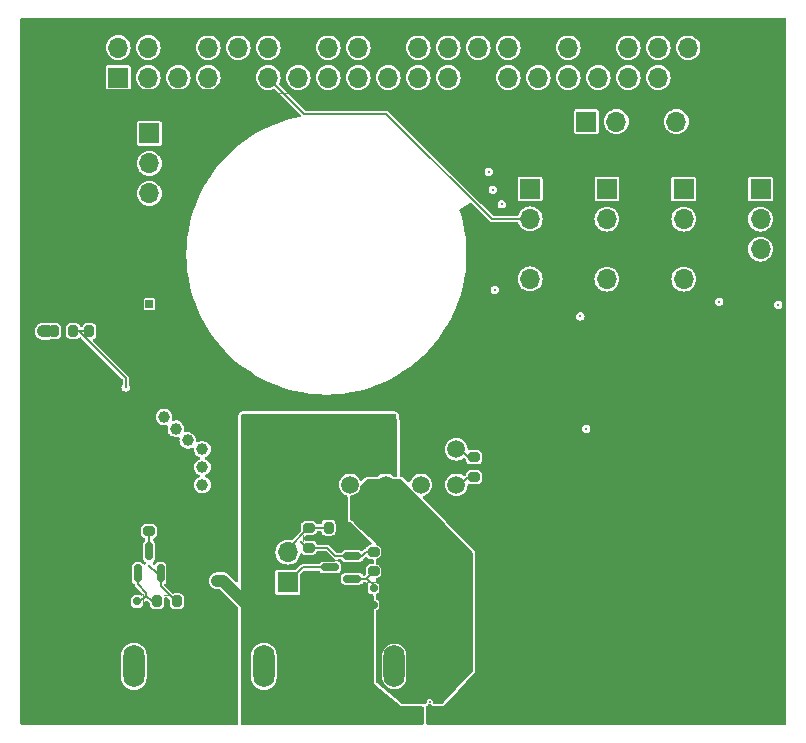
<source format=gbo>
G04 #@! TF.GenerationSoftware,KiCad,Pcbnew,8.0.8*
G04 #@! TF.CreationDate,2025-02-11T20:33:10+01:00*
G04 #@! TF.ProjectId,power_motherboard,706f7765-725f-46d6-9f74-686572626f61,rev?*
G04 #@! TF.SameCoordinates,Original*
G04 #@! TF.FileFunction,Legend,Bot*
G04 #@! TF.FilePolarity,Positive*
%FSLAX46Y46*%
G04 Gerber Fmt 4.6, Leading zero omitted, Abs format (unit mm)*
G04 Created by KiCad (PCBNEW 8.0.8) date 2025-02-11 20:33:10*
%MOMM*%
%LPD*%
G01*
G04 APERTURE LIST*
G04 Aperture macros list*
%AMRoundRect*
0 Rectangle with rounded corners*
0 $1 Rounding radius*
0 $2 $3 $4 $5 $6 $7 $8 $9 X,Y pos of 4 corners*
0 Add a 4 corners polygon primitive as box body*
4,1,4,$2,$3,$4,$5,$6,$7,$8,$9,$2,$3,0*
0 Add four circle primitives for the rounded corners*
1,1,$1+$1,$2,$3*
1,1,$1+$1,$4,$5*
1,1,$1+$1,$6,$7*
1,1,$1+$1,$8,$9*
0 Add four rect primitives between the rounded corners*
20,1,$1+$1,$2,$3,$4,$5,0*
20,1,$1+$1,$4,$5,$6,$7,0*
20,1,$1+$1,$6,$7,$8,$9,0*
20,1,$1+$1,$8,$9,$2,$3,0*%
G04 Aperture macros list end*
%ADD10C,0.120000*%
G04 #@! TA.AperFunction,ComponentPad*
%ADD11R,0.640000X0.640000*%
G04 #@! TD*
G04 #@! TA.AperFunction,ComponentPad*
%ADD12C,0.640000*%
G04 #@! TD*
G04 #@! TA.AperFunction,ComponentPad*
%ADD13R,1.700000X1.700000*%
G04 #@! TD*
G04 #@! TA.AperFunction,ComponentPad*
%ADD14O,1.700000X1.700000*%
G04 #@! TD*
G04 #@! TA.AperFunction,ComponentPad*
%ADD15RoundRect,0.250000X0.650000X1.550000X-0.650000X1.550000X-0.650000X-1.550000X0.650000X-1.550000X0*%
G04 #@! TD*
G04 #@! TA.AperFunction,ComponentPad*
%ADD16O,1.800000X3.600000*%
G04 #@! TD*
G04 #@! TA.AperFunction,ComponentPad*
%ADD17RoundRect,0.250001X-0.499999X-0.499999X0.499999X-0.499999X0.499999X0.499999X-0.499999X0.499999X0*%
G04 #@! TD*
G04 #@! TA.AperFunction,ComponentPad*
%ADD18C,1.500000*%
G04 #@! TD*
G04 #@! TA.AperFunction,SMDPad,CuDef*
%ADD19RoundRect,0.150000X0.150000X-0.587500X0.150000X0.587500X-0.150000X0.587500X-0.150000X-0.587500X0*%
G04 #@! TD*
G04 #@! TA.AperFunction,SMDPad,CuDef*
%ADD20RoundRect,0.150000X0.200000X-0.150000X0.200000X0.150000X-0.200000X0.150000X-0.200000X-0.150000X0*%
G04 #@! TD*
G04 #@! TA.AperFunction,SMDPad,CuDef*
%ADD21RoundRect,0.150000X0.587500X0.150000X-0.587500X0.150000X-0.587500X-0.150000X0.587500X-0.150000X0*%
G04 #@! TD*
G04 #@! TA.AperFunction,SMDPad,CuDef*
%ADD22RoundRect,0.200000X0.200000X0.275000X-0.200000X0.275000X-0.200000X-0.275000X0.200000X-0.275000X0*%
G04 #@! TD*
G04 #@! TA.AperFunction,SMDPad,CuDef*
%ADD23RoundRect,0.200000X-0.275000X0.200000X-0.275000X-0.200000X0.275000X-0.200000X0.275000X0.200000X0*%
G04 #@! TD*
G04 #@! TA.AperFunction,SMDPad,CuDef*
%ADD24RoundRect,0.150000X-0.150000X-0.200000X0.150000X-0.200000X0.150000X0.200000X-0.150000X0.200000X0*%
G04 #@! TD*
G04 #@! TA.AperFunction,SMDPad,CuDef*
%ADD25RoundRect,0.200000X0.275000X-0.200000X0.275000X0.200000X-0.275000X0.200000X-0.275000X-0.200000X0*%
G04 #@! TD*
G04 #@! TA.AperFunction,SMDPad,CuDef*
%ADD26RoundRect,0.200000X-0.200000X-0.275000X0.200000X-0.275000X0.200000X0.275000X-0.200000X0.275000X0*%
G04 #@! TD*
G04 #@! TA.AperFunction,ViaPad*
%ADD27C,0.300000*%
G04 #@! TD*
G04 #@! TA.AperFunction,ViaPad*
%ADD28C,1.000000*%
G04 #@! TD*
G04 #@! TA.AperFunction,Conductor*
%ADD29C,0.127000*%
G04 #@! TD*
G04 #@! TA.AperFunction,Conductor*
%ADD30C,1.000000*%
G04 #@! TD*
G04 APERTURE END LIST*
D10*
X107040000Y-44900000D02*
X107040000Y-47500000D01*
X107040000Y-44900000D02*
X157960000Y-44900000D01*
X107040000Y-47500000D02*
X109640000Y-47500000D01*
X107040000Y-48770000D02*
X107040000Y-50100000D01*
X107040000Y-50100000D02*
X108370000Y-50100000D01*
X109640000Y-47500000D02*
X109640000Y-50100000D01*
X109640000Y-50100000D02*
X157960000Y-50100000D01*
X157960000Y-44900000D02*
X157960000Y-50100000D01*
X109440000Y-89812500D02*
X109440000Y-89162500D01*
X109440000Y-89812500D02*
X109440000Y-90462500D01*
X112560000Y-89812500D02*
X112560000Y-89162500D01*
X112560000Y-89812500D02*
X112560000Y-91487500D01*
X129400000Y-91440000D02*
X130600000Y-91440000D01*
X129400000Y-93400000D02*
X129400000Y-91440000D01*
X130600000Y-93400000D02*
X130600000Y-91440000D01*
X127250000Y-88690000D02*
X126600000Y-88690000D01*
X127250000Y-88690000D02*
X128925000Y-88690000D01*
X127250000Y-91810000D02*
X126600000Y-91810000D01*
X127250000Y-91810000D02*
X127900000Y-91810000D01*
X103987258Y-69727500D02*
X103512742Y-69727500D01*
X103987258Y-70772500D02*
X103512742Y-70772500D01*
X137977500Y-81512742D02*
X137977500Y-81987258D01*
X139022500Y-81512742D02*
X139022500Y-81987258D01*
X108550000Y-92525000D02*
X110510000Y-92525000D01*
X108550000Y-93725000D02*
X110510000Y-93725000D01*
X110510000Y-92525000D02*
X110510000Y-93725000D01*
X123977500Y-87987258D02*
X123977500Y-87512742D01*
X125022500Y-87987258D02*
X125022500Y-87512742D01*
X106512742Y-69727500D02*
X106987258Y-69727500D01*
X106512742Y-70772500D02*
X106987258Y-70772500D01*
X110477500Y-86562258D02*
X110477500Y-86087742D01*
X111522500Y-86562258D02*
X111522500Y-86087742D01*
X112737258Y-92602500D02*
X112262742Y-92602500D01*
X112737258Y-93647500D02*
X112262742Y-93647500D01*
X129477500Y-89512742D02*
X129477500Y-89987258D01*
X130522500Y-89512742D02*
X130522500Y-89987258D01*
X126762742Y-86352500D02*
X127237258Y-86352500D01*
X126762742Y-87397500D02*
X127237258Y-87397500D01*
D11*
X111000000Y-67950000D03*
D12*
X111000000Y-66680000D03*
D13*
X156250000Y-58210000D03*
D14*
X156250000Y-60750000D03*
X156250000Y-63290000D03*
X156250000Y-65830000D03*
D13*
X143250000Y-58200000D03*
D14*
X143250000Y-60740000D03*
X143250000Y-63280000D03*
X143250000Y-65820000D03*
D15*
X135560000Y-98625000D03*
D16*
X131750000Y-98625000D03*
D13*
X111000000Y-53500000D03*
D14*
X111000000Y-56040000D03*
X111000000Y-58580000D03*
X111000000Y-61120000D03*
D13*
X162750000Y-58210000D03*
D14*
X162750000Y-60750000D03*
X162750000Y-63290000D03*
X162750000Y-65830000D03*
D15*
X113500000Y-98625000D03*
D16*
X109690000Y-98625000D03*
D15*
X124500000Y-98625000D03*
D16*
X120690000Y-98625000D03*
D17*
X128000000Y-80250000D03*
D18*
X131000000Y-80250000D03*
X134000000Y-80250000D03*
X137000000Y-80250000D03*
X128000000Y-83250000D03*
X131000000Y-83250000D03*
X134000000Y-83250000D03*
X137000000Y-83250000D03*
D13*
X148000000Y-52500000D03*
D14*
X150540000Y-52500000D03*
X153080000Y-52500000D03*
X155620000Y-52500000D03*
D13*
X149750000Y-58210000D03*
D14*
X149750000Y-60750000D03*
X149750000Y-63290000D03*
X149750000Y-65830000D03*
D13*
X122725000Y-91500000D03*
D14*
X122725000Y-88960000D03*
D13*
X108370000Y-48770000D03*
D14*
X108370000Y-46230000D03*
X110910000Y-48770000D03*
X110910000Y-46230000D03*
X113450000Y-48770000D03*
X113450000Y-46230000D03*
X115990000Y-48770000D03*
X115990000Y-46230000D03*
X118530000Y-48770000D03*
X118530000Y-46230000D03*
X121070000Y-48770000D03*
X121070000Y-46230000D03*
X123610000Y-48770000D03*
X123610000Y-46230000D03*
X126150000Y-48770000D03*
X126150000Y-46230000D03*
X128690000Y-48770000D03*
X128690000Y-46230000D03*
X131230000Y-48770000D03*
X131230000Y-46230000D03*
X133770000Y-48770000D03*
X133770000Y-46230000D03*
X136310000Y-48770000D03*
X136310000Y-46230000D03*
X138850000Y-48770000D03*
X138850000Y-46230000D03*
X141390000Y-48770000D03*
X141390000Y-46230000D03*
X143930000Y-48770000D03*
X143930000Y-46230000D03*
X146470000Y-48770000D03*
X146470000Y-46230000D03*
X149010000Y-48770000D03*
X149010000Y-46230000D03*
X151550000Y-48770000D03*
X151550000Y-46230000D03*
X154090000Y-48770000D03*
X154090000Y-46230000D03*
X156630000Y-48770000D03*
X156630000Y-46230000D03*
D19*
X111950000Y-90750000D03*
X110050000Y-90750000D03*
X111000000Y-88875000D03*
D20*
X130000000Y-92000000D03*
X130000000Y-93400000D03*
D21*
X128187500Y-89300000D03*
X128187500Y-91200000D03*
X126312500Y-90250000D03*
D22*
X104575000Y-70250000D03*
X102925000Y-70250000D03*
D23*
X138500000Y-80925000D03*
X138500000Y-82575000D03*
D24*
X109950000Y-93125000D03*
X108550000Y-93125000D03*
D25*
X124500000Y-88575000D03*
X124500000Y-86925000D03*
D26*
X105925000Y-70250000D03*
X107575000Y-70250000D03*
D25*
X111000000Y-87150000D03*
X111000000Y-85500000D03*
D22*
X113325000Y-93125000D03*
X111675000Y-93125000D03*
D23*
X130000000Y-88925000D03*
X130000000Y-90575000D03*
D26*
X126175000Y-86875000D03*
X127825000Y-86875000D03*
D27*
X140250000Y-66750000D03*
X140090000Y-58250000D03*
X147500000Y-69000000D03*
X139750000Y-56750000D03*
X140840000Y-59500000D03*
X159250000Y-67750000D03*
X164250000Y-68000000D03*
X138500000Y-60750000D03*
X115000000Y-93500000D03*
X158500000Y-99000000D03*
X105000000Y-71250000D03*
X140000000Y-68000000D03*
X101750000Y-102000000D03*
X111500000Y-70500000D03*
X157500000Y-71500000D03*
X134750000Y-102625000D03*
X146500000Y-69250000D03*
X145600000Y-82600000D03*
X108000000Y-72250000D03*
X106500000Y-75250000D03*
X115500000Y-77250000D03*
X110400000Y-88000000D03*
X101500000Y-84750000D03*
X106500000Y-73250000D03*
X149135000Y-78615000D03*
X148750000Y-72000000D03*
X132250000Y-77500000D03*
X113750000Y-76000000D03*
X111600000Y-86000000D03*
X105750000Y-91375000D03*
X141500000Y-72750000D03*
X164000000Y-93000000D03*
X154500000Y-67500000D03*
X105500000Y-69000000D03*
X112500000Y-67750000D03*
X145600000Y-84000000D03*
X102250000Y-84750000D03*
X145750000Y-76150000D03*
X109200000Y-102400000D03*
X151000000Y-73000000D03*
X100750000Y-84750000D03*
X140250000Y-82500000D03*
X151500000Y-75500000D03*
X108500000Y-70250000D03*
X150500000Y-90500000D03*
X143250000Y-77000000D03*
X145750000Y-73750000D03*
X105250000Y-69500000D03*
X163500000Y-78000000D03*
X159250000Y-78000000D03*
X103750000Y-73750000D03*
X139250000Y-88375000D03*
X105500000Y-68250000D03*
X145400000Y-85600000D03*
X102200000Y-92600000D03*
X157000000Y-67500000D03*
X114750000Y-94275000D03*
X134750000Y-101625000D03*
X150500000Y-82500000D03*
X151000000Y-69500000D03*
X114250000Y-67250000D03*
X147000000Y-87600000D03*
X124750000Y-93250000D03*
X128750000Y-95375000D03*
X116750000Y-91375000D03*
X124400000Y-102800000D03*
X125859264Y-87857594D03*
X127750000Y-93500000D03*
X125400000Y-89400000D03*
X125000000Y-91000000D03*
X127750000Y-90500000D03*
X133200000Y-103000000D03*
X123600000Y-93000000D03*
X128750000Y-92500000D03*
X111000000Y-90125000D03*
X123812147Y-88062147D03*
X111000000Y-87750000D03*
D28*
X112250000Y-77500000D03*
X115500000Y-83250000D03*
X113250000Y-78500000D03*
X115500000Y-80250000D03*
X115500000Y-81750000D03*
X114250000Y-79500000D03*
D27*
X148000000Y-78500000D03*
D28*
X102000000Y-70250000D03*
D27*
X109000000Y-75000000D03*
D29*
X111250000Y-93125000D02*
X111675000Y-93125000D01*
X110750000Y-92625000D02*
X111250000Y-93125000D01*
X109950000Y-93125000D02*
X110250000Y-93125000D01*
X111675000Y-93125000D02*
X111675000Y-92962500D01*
X110050000Y-91675000D02*
X110050000Y-90750000D01*
X110750000Y-92375000D02*
X110050000Y-91675000D01*
X110250000Y-93125000D02*
X110750000Y-92625000D01*
X110750000Y-92625000D02*
X110750000Y-92375000D01*
D30*
X158107000Y-45618206D02*
X158107000Y-47293000D01*
X106893000Y-50247000D02*
X106820000Y-50174000D01*
X123610000Y-46230000D02*
X122133000Y-44753000D01*
X158107000Y-47293000D02*
X156630000Y-48770000D01*
X147533000Y-44753000D02*
X145407000Y-44753000D01*
X145407000Y-44753000D02*
X143930000Y-46230000D01*
X110053000Y-62067000D02*
X110053000Y-84603000D01*
X129753000Y-44753000D02*
X125087000Y-44753000D01*
X111000000Y-61120000D02*
X110053000Y-62067000D01*
D29*
X135500000Y-78250000D02*
X133500000Y-80250000D01*
D30*
X157241794Y-44753000D02*
X158107000Y-45618206D01*
D29*
X110000000Y-94375000D02*
X108750000Y-94375000D01*
D30*
X110053000Y-84603000D02*
X111000000Y-85550000D01*
X149750000Y-63290000D02*
X153080000Y-59960000D01*
X106820000Y-45587968D02*
X107727968Y-44680000D01*
X131230000Y-46230000D02*
X132707000Y-44753000D01*
X111000000Y-61120000D02*
X114061794Y-58058206D01*
D29*
X111250000Y-95625000D02*
X110000000Y-94375000D01*
D30*
X132707000Y-44753000D02*
X142453000Y-44753000D01*
X151530000Y-54050000D02*
X153080000Y-52500000D01*
X107727968Y-44680000D02*
X111900000Y-44680000D01*
X153080000Y-59960000D02*
X153080000Y-52500000D01*
X106820000Y-50174000D02*
X106820000Y-45587968D01*
X125087000Y-44753000D02*
X123610000Y-46230000D01*
X111900000Y-44680000D02*
X113450000Y-46230000D01*
X144130000Y-54050000D02*
X151530000Y-54050000D01*
X149750000Y-63290000D02*
X156250000Y-63290000D01*
X118078794Y-48770000D02*
X118530000Y-48770000D01*
X153080000Y-52320000D02*
X156630000Y-48770000D01*
X153080000Y-52500000D02*
X153080000Y-52320000D01*
D29*
X108750000Y-93125000D02*
X108550000Y-93125000D01*
D30*
X150487000Y-44753000D02*
X157241794Y-44753000D01*
X149010000Y-46230000D02*
X147533000Y-44753000D01*
D29*
X108500000Y-70250000D02*
X107575000Y-70250000D01*
X107575000Y-70250000D02*
X107575000Y-70105000D01*
D30*
X118530000Y-48770000D02*
X117053000Y-50247000D01*
D29*
X112750000Y-95625000D02*
X111250000Y-95625000D01*
D30*
X149740000Y-63280000D02*
X149750000Y-63290000D01*
D29*
X113500000Y-98625000D02*
X113500000Y-96375000D01*
D30*
X131230000Y-46230000D02*
X129753000Y-44753000D01*
X117053000Y-50247000D02*
X106893000Y-50247000D01*
D29*
X113500000Y-96375000D02*
X112750000Y-95625000D01*
D30*
X143250000Y-63280000D02*
X149740000Y-63280000D01*
X114061794Y-52787000D02*
X118078794Y-48770000D01*
D29*
X142250000Y-78250000D02*
X135500000Y-78250000D01*
D30*
X142453000Y-44753000D02*
X143930000Y-46230000D01*
X114061794Y-58058206D02*
X114061794Y-52787000D01*
X138850000Y-48770000D02*
X144130000Y-54050000D01*
X122133000Y-44753000D02*
X114927000Y-44753000D01*
D29*
X110000000Y-94375000D02*
X108750000Y-93125000D01*
X107575000Y-70105000D02*
X111000000Y-66680000D01*
X108750000Y-94375000D02*
X105750000Y-91375000D01*
D30*
X149010000Y-46230000D02*
X150487000Y-44753000D01*
X114927000Y-44753000D02*
X113450000Y-46230000D01*
D29*
X129625000Y-90450000D02*
X129750000Y-90325000D01*
X128387500Y-91000000D02*
X128187500Y-91200000D01*
X129375000Y-91200000D02*
X129200000Y-91200000D01*
X130000000Y-90575000D02*
X129375000Y-91200000D01*
X129450000Y-91200000D02*
X129200000Y-91200000D01*
X129200000Y-91200000D02*
X128187500Y-91200000D01*
X130000000Y-91750000D02*
X129450000Y-91200000D01*
X130000000Y-92000000D02*
X130000000Y-91750000D01*
X128750000Y-91000000D02*
X128387500Y-91000000D01*
X130000000Y-93400000D02*
X124800000Y-93400000D01*
D30*
X117250000Y-91375000D02*
X116750000Y-91375000D01*
D29*
X128075000Y-86875000D02*
X128259500Y-87059500D01*
D30*
X124500000Y-98625000D02*
X122037500Y-96162500D01*
D29*
X124800000Y-93400000D02*
X122037500Y-96162500D01*
D30*
X122037500Y-96162500D02*
X117250000Y-91375000D01*
D29*
X113250000Y-93125000D02*
X111950000Y-91825000D01*
X111625000Y-90750000D02*
X111000000Y-90125000D01*
X111950000Y-91825000D02*
X111950000Y-90750000D01*
X113325000Y-93125000D02*
X113250000Y-93125000D01*
X111950000Y-90750000D02*
X111625000Y-90750000D01*
X124500000Y-88575000D02*
X126075000Y-88575000D01*
X123812147Y-88062147D02*
X123812853Y-88062147D01*
X128187500Y-89300000D02*
X128237500Y-89250000D01*
X126075000Y-88575000D02*
X126750000Y-89250000D01*
X128137500Y-89250000D02*
X128187500Y-89300000D01*
X129000000Y-89250000D02*
X129325000Y-88925000D01*
X126750000Y-89250000D02*
X128137500Y-89250000D01*
X128237500Y-89250000D02*
X129000000Y-89250000D01*
X129325000Y-88925000D02*
X130000000Y-88925000D01*
X123812147Y-88062147D02*
X124325000Y-88575000D01*
X111000000Y-88875000D02*
X111000000Y-87200000D01*
X125075000Y-86875000D02*
X125000000Y-86950000D01*
X124468460Y-86925000D02*
X125000000Y-86925000D01*
X122725000Y-88960000D02*
X122725000Y-88668460D01*
X123000000Y-88665000D02*
X123290000Y-88665000D01*
X126425000Y-86875000D02*
X125075000Y-86875000D01*
X122725000Y-88668460D02*
X124468460Y-86925000D01*
X122725000Y-91500000D02*
X123975000Y-90250000D01*
X123975000Y-90250000D02*
X126312500Y-90250000D01*
X137325000Y-80250000D02*
X138000000Y-80925000D01*
X136500000Y-80250000D02*
X137325000Y-80250000D01*
X137325000Y-83250000D02*
X136500000Y-83250000D01*
X138000000Y-82575000D02*
X137325000Y-83250000D01*
D30*
X102425000Y-70250000D02*
X102000000Y-70250000D01*
D29*
X143250000Y-60740000D02*
X139990000Y-60740000D01*
X131081146Y-51831146D02*
X124131146Y-51831146D01*
X124131146Y-51831146D02*
X121070000Y-48770000D01*
X139990000Y-60740000D02*
X131081146Y-51831146D01*
X109000000Y-75000000D02*
X109000000Y-74196185D01*
X104575000Y-70250000D02*
X105925000Y-70250000D01*
X105053815Y-70250000D02*
X104575000Y-70250000D01*
X109000000Y-74196185D02*
X105053815Y-70250000D01*
G04 #@! TA.AperFunction,Conductor*
G36*
X131856581Y-77269685D02*
G01*
X131902336Y-77322489D01*
X131912280Y-77391647D01*
X131912015Y-77393398D01*
X131895131Y-77499998D01*
X131895131Y-77500002D01*
X131912498Y-77609658D01*
X131912500Y-77609661D01*
X131962905Y-77708587D01*
X131963677Y-77709359D01*
X131964315Y-77710527D01*
X131968644Y-77716486D01*
X131967874Y-77717045D01*
X131997164Y-77770678D01*
X132000000Y-77797044D01*
X132000000Y-82470500D01*
X131980315Y-82537539D01*
X131927511Y-82583294D01*
X131876000Y-82594500D01*
X131743920Y-82594500D01*
X131676881Y-82574815D01*
X131665260Y-82566357D01*
X131612231Y-82522836D01*
X131530626Y-82455864D01*
X131530623Y-82455862D01*
X131365502Y-82367604D01*
X131186333Y-82313253D01*
X131186331Y-82313252D01*
X131000000Y-82294901D01*
X130813668Y-82313252D01*
X130813666Y-82313253D01*
X130634497Y-82367604D01*
X130469376Y-82455862D01*
X130469373Y-82455864D01*
X130369854Y-82537539D01*
X130334743Y-82566353D01*
X130270436Y-82593666D01*
X130256080Y-82594500D01*
X129451361Y-82594500D01*
X129429381Y-82595678D01*
X129403034Y-82598511D01*
X129403032Y-82598512D01*
X129326521Y-82622470D01*
X129326518Y-82622471D01*
X129326516Y-82622471D01*
X129326511Y-82622474D01*
X129265200Y-82655952D01*
X129265192Y-82655957D01*
X129218382Y-82690998D01*
X129218371Y-82691008D01*
X129050251Y-82859127D01*
X128988927Y-82892611D01*
X128919236Y-82887627D01*
X128863302Y-82845755D01*
X128853212Y-82829898D01*
X128794137Y-82719376D01*
X128794135Y-82719373D01*
X128675357Y-82574642D01*
X128530626Y-82455864D01*
X128530623Y-82455862D01*
X128365502Y-82367604D01*
X128186333Y-82313253D01*
X128186331Y-82313252D01*
X128000000Y-82294901D01*
X127813668Y-82313252D01*
X127813666Y-82313253D01*
X127634497Y-82367604D01*
X127469376Y-82455862D01*
X127469373Y-82455864D01*
X127324642Y-82574642D01*
X127205864Y-82719373D01*
X127205862Y-82719376D01*
X127117604Y-82884497D01*
X127063253Y-83063666D01*
X127063252Y-83063668D01*
X127044901Y-83250000D01*
X127063252Y-83436331D01*
X127063253Y-83436333D01*
X127117604Y-83615502D01*
X127205862Y-83780623D01*
X127205864Y-83780626D01*
X127324642Y-83925357D01*
X127469373Y-84044135D01*
X127469376Y-84044137D01*
X127558546Y-84091798D01*
X127634499Y-84132396D01*
X127706496Y-84154236D01*
X127764934Y-84192533D01*
X127793390Y-84256345D01*
X127794500Y-84272896D01*
X127794500Y-86145146D01*
X127795717Y-86163715D01*
X127796258Y-86171973D01*
X127800481Y-86204053D01*
X127800482Y-86204059D01*
X127800483Y-86204061D01*
X127804114Y-86214354D01*
X127828751Y-86284191D01*
X127865110Y-86343845D01*
X127865112Y-86343848D01*
X127865115Y-86343852D01*
X127902355Y-86388957D01*
X127915698Y-86401087D01*
X127953480Y-86428304D01*
X128002186Y-86455595D01*
X128002189Y-86455596D01*
X128002194Y-86455599D01*
X128018023Y-86462239D01*
X128022462Y-86464203D01*
X128024219Y-86465022D01*
X128024223Y-86465025D01*
X128075901Y-86489122D01*
X128128337Y-86535292D01*
X128135875Y-86549097D01*
X128150102Y-86579606D01*
X128150105Y-86579611D01*
X128170865Y-86614601D01*
X128199838Y-86653952D01*
X128199839Y-86653954D01*
X128214348Y-86670041D01*
X128227088Y-86684168D01*
X129794127Y-88108748D01*
X129830490Y-88168408D01*
X129828826Y-88238258D01*
X129789663Y-88296120D01*
X129725434Y-88323623D01*
X129710721Y-88324500D01*
X129693484Y-88324500D01*
X129617345Y-88336558D01*
X129599696Y-88339354D01*
X129486658Y-88396950D01*
X129486657Y-88396951D01*
X129486652Y-88396954D01*
X129396954Y-88486652D01*
X129396951Y-88486657D01*
X129390152Y-88500000D01*
X126373352Y-88500000D01*
X126224544Y-88351192D01*
X126127513Y-88311000D01*
X125267869Y-88311000D01*
X125200830Y-88291315D01*
X125157385Y-88243296D01*
X125103050Y-88136658D01*
X125103046Y-88136654D01*
X125103045Y-88136652D01*
X125013347Y-88046954D01*
X125013344Y-88046952D01*
X125013342Y-88046950D01*
X124936517Y-88007805D01*
X124900301Y-87989352D01*
X124806524Y-87974500D01*
X124236851Y-87974500D01*
X124169812Y-87954815D01*
X124126366Y-87906795D01*
X124099242Y-87853560D01*
X124099238Y-87853556D01*
X124099237Y-87853554D01*
X124093928Y-87848245D01*
X124060443Y-87786922D01*
X124065427Y-87717230D01*
X124093926Y-87672884D01*
X124204993Y-87561817D01*
X124266316Y-87528333D01*
X124292674Y-87525499D01*
X124806517Y-87525499D01*
X124806518Y-87525499D01*
X124900304Y-87510646D01*
X125013342Y-87453050D01*
X125103050Y-87363342D01*
X125160646Y-87250304D01*
X125161707Y-87243601D01*
X125191636Y-87180468D01*
X125250948Y-87143536D01*
X125284181Y-87139000D01*
X125461860Y-87139000D01*
X125528899Y-87158685D01*
X125574654Y-87211489D01*
X125584333Y-87243601D01*
X125589354Y-87275304D01*
X125646950Y-87388342D01*
X125646952Y-87388344D01*
X125646954Y-87388347D01*
X125736652Y-87478045D01*
X125736654Y-87478046D01*
X125736658Y-87478050D01*
X125849694Y-87535645D01*
X125849698Y-87535647D01*
X125943475Y-87550499D01*
X125943481Y-87550500D01*
X126406518Y-87550499D01*
X126500304Y-87535646D01*
X126613342Y-87478050D01*
X126703050Y-87388342D01*
X126760646Y-87275304D01*
X126760646Y-87275302D01*
X126760647Y-87275301D01*
X126775499Y-87181524D01*
X126775500Y-87181519D01*
X126775499Y-86568482D01*
X126760646Y-86474696D01*
X126703050Y-86361658D01*
X126703046Y-86361654D01*
X126703045Y-86361652D01*
X126613347Y-86271954D01*
X126613344Y-86271952D01*
X126613342Y-86271950D01*
X126536517Y-86232805D01*
X126500301Y-86214352D01*
X126406524Y-86199500D01*
X125943482Y-86199500D01*
X125862519Y-86212323D01*
X125849696Y-86214354D01*
X125736658Y-86271950D01*
X125736657Y-86271951D01*
X125736652Y-86271954D01*
X125646954Y-86361652D01*
X125646951Y-86361657D01*
X125646950Y-86361658D01*
X125594518Y-86464562D01*
X125589353Y-86474698D01*
X125584332Y-86506399D01*
X125554402Y-86569533D01*
X125495091Y-86606464D01*
X125461859Y-86611000D01*
X125242393Y-86611000D01*
X125175354Y-86591315D01*
X125131909Y-86543296D01*
X125119841Y-86519612D01*
X125103050Y-86486658D01*
X125103047Y-86486655D01*
X125103045Y-86486652D01*
X125013347Y-86396954D01*
X125013344Y-86396952D01*
X125013342Y-86396950D01*
X124909132Y-86343852D01*
X124900301Y-86339352D01*
X124806524Y-86324500D01*
X124193482Y-86324500D01*
X124112519Y-86337323D01*
X124099696Y-86339354D01*
X123986658Y-86396950D01*
X123986657Y-86396951D01*
X123986652Y-86396954D01*
X123896954Y-86486652D01*
X123896951Y-86486657D01*
X123896950Y-86486658D01*
X123877751Y-86524337D01*
X123839352Y-86599698D01*
X123824500Y-86693475D01*
X123824500Y-87144243D01*
X123804815Y-87211282D01*
X123788181Y-87231924D01*
X123109680Y-87910425D01*
X123048357Y-87943910D01*
X122986005Y-87941405D01*
X122930932Y-87924699D01*
X122930933Y-87924699D01*
X122745282Y-87906414D01*
X122725000Y-87904417D01*
X122724999Y-87904417D01*
X122519067Y-87924699D01*
X122354895Y-87974500D01*
X122334345Y-87980734D01*
X122321043Y-87984769D01*
X122210898Y-88043643D01*
X122138550Y-88082315D01*
X122138548Y-88082316D01*
X122138547Y-88082317D01*
X121978589Y-88213589D01*
X121847317Y-88373547D01*
X121847315Y-88373550D01*
X121834807Y-88396951D01*
X121779725Y-88500000D01*
X118750000Y-88500000D01*
X118750000Y-77374000D01*
X118769685Y-77306961D01*
X118822489Y-77261206D01*
X118874000Y-77250000D01*
X131789542Y-77250000D01*
X131856581Y-77269685D01*
G37*
G04 #@! TD.AperFunction*
G04 #@! TA.AperFunction,Conductor*
G36*
X132414482Y-82819685D02*
G01*
X132436550Y-82837768D01*
X133199821Y-83626482D01*
X133218101Y-83650713D01*
X133286177Y-83768623D01*
X133409603Y-83905702D01*
X133558833Y-84014124D01*
X133558834Y-84014124D01*
X133558835Y-84014125D01*
X133565210Y-84016964D01*
X133603879Y-84044010D01*
X136011719Y-86532110D01*
X138365108Y-88963944D01*
X138397582Y-89025806D01*
X138400000Y-89050175D01*
X138400000Y-98951306D01*
X138380315Y-99018345D01*
X138366866Y-99035682D01*
X136958394Y-100552499D01*
X135931530Y-101658353D01*
X135836794Y-101760376D01*
X135776753Y-101796108D01*
X135745928Y-101800000D01*
X135148701Y-101800000D01*
X135081662Y-101780315D01*
X135035907Y-101727511D01*
X135025963Y-101658353D01*
X135026585Y-101654467D01*
X135031781Y-101624999D01*
X135014788Y-101528627D01*
X135014788Y-101528625D01*
X134965857Y-101443875D01*
X134965853Y-101443872D01*
X134890889Y-101380968D01*
X134798933Y-101347500D01*
X134798931Y-101347500D01*
X134701069Y-101347500D01*
X134701066Y-101347500D01*
X134609115Y-101380967D01*
X134609108Y-101380971D01*
X134534145Y-101443872D01*
X134534140Y-101443878D01*
X134485213Y-101528622D01*
X134485211Y-101528627D01*
X134468219Y-101624999D01*
X134473415Y-101654467D01*
X134465671Y-101723906D01*
X134421615Y-101778136D01*
X134355234Y-101799938D01*
X134351299Y-101800000D01*
X132444263Y-101800000D01*
X132377224Y-101780315D01*
X132365742Y-101771971D01*
X132351570Y-101760376D01*
X130245479Y-100037210D01*
X130206058Y-99979523D01*
X130200000Y-99941239D01*
X130200000Y-97623795D01*
X130722500Y-97623795D01*
X130722500Y-99626204D01*
X130761984Y-99824703D01*
X130761986Y-99824711D01*
X130839439Y-100011701D01*
X130839444Y-100011710D01*
X130951887Y-100179992D01*
X130951890Y-100179996D01*
X131095003Y-100323109D01*
X131095007Y-100323112D01*
X131263289Y-100435555D01*
X131263295Y-100435558D01*
X131263296Y-100435559D01*
X131450289Y-100513014D01*
X131648795Y-100552499D01*
X131648799Y-100552500D01*
X131648800Y-100552500D01*
X131851201Y-100552500D01*
X131851202Y-100552499D01*
X132049711Y-100513014D01*
X132236704Y-100435559D01*
X132404993Y-100323112D01*
X132548112Y-100179993D01*
X132660559Y-100011704D01*
X132738014Y-99824711D01*
X132777500Y-99626200D01*
X132777500Y-97623800D01*
X132738014Y-97425289D01*
X132660559Y-97238296D01*
X132660558Y-97238295D01*
X132660555Y-97238289D01*
X132548112Y-97070007D01*
X132548109Y-97070003D01*
X132404996Y-96926890D01*
X132404992Y-96926887D01*
X132236710Y-96814444D01*
X132236701Y-96814439D01*
X132049711Y-96736986D01*
X132049703Y-96736984D01*
X131851204Y-96697500D01*
X131851200Y-96697500D01*
X131648800Y-96697500D01*
X131648795Y-96697500D01*
X131450296Y-96736984D01*
X131450288Y-96736986D01*
X131263298Y-96814439D01*
X131263289Y-96814444D01*
X131095007Y-96926887D01*
X131095003Y-96926890D01*
X130951890Y-97070003D01*
X130951887Y-97070007D01*
X130839444Y-97238289D01*
X130839439Y-97238298D01*
X130761986Y-97425288D01*
X130761984Y-97425296D01*
X130722500Y-97623795D01*
X130200000Y-97623795D01*
X130200000Y-93934145D01*
X130219685Y-93867106D01*
X130272489Y-93821351D01*
X130273915Y-93820710D01*
X130359542Y-93782903D01*
X130432903Y-93709542D01*
X130474808Y-93614634D01*
X130477500Y-93591432D01*
X130477500Y-93208568D01*
X130474808Y-93185366D01*
X130432903Y-93090458D01*
X130359542Y-93017097D01*
X130359540Y-93017096D01*
X130273914Y-92979289D01*
X130220538Y-92934203D01*
X130200010Y-92867417D01*
X130200000Y-92865854D01*
X130200000Y-92534145D01*
X130219685Y-92467106D01*
X130272489Y-92421351D01*
X130273915Y-92420710D01*
X130359542Y-92382903D01*
X130432903Y-92309542D01*
X130474808Y-92214634D01*
X130477500Y-92191432D01*
X130477500Y-91808568D01*
X130474808Y-91785366D01*
X130432903Y-91690458D01*
X130359542Y-91617097D01*
X130359540Y-91617096D01*
X130273914Y-91579289D01*
X130220538Y-91534203D01*
X130200010Y-91467417D01*
X130200000Y-91465854D01*
X130200000Y-91226068D01*
X130219685Y-91159029D01*
X130272489Y-91113274D01*
X130309474Y-91103955D01*
X130309352Y-91103028D01*
X130313371Y-91102499D01*
X130313374Y-91102499D01*
X130361071Y-91096221D01*
X130465744Y-91047411D01*
X130547411Y-90965744D01*
X130596221Y-90861071D01*
X130602500Y-90813375D01*
X130602499Y-90336626D01*
X130596221Y-90288929D01*
X130547411Y-90184256D01*
X130465744Y-90102589D01*
X130409882Y-90076540D01*
X130361072Y-90053779D01*
X130361068Y-90053778D01*
X130309351Y-90046970D01*
X130309563Y-90045354D01*
X130250256Y-90023619D01*
X130208067Y-89967925D01*
X130200000Y-89923930D01*
X130200000Y-89576068D01*
X130219685Y-89509029D01*
X130272489Y-89463274D01*
X130309474Y-89453955D01*
X130309352Y-89453028D01*
X130313371Y-89452499D01*
X130313374Y-89452499D01*
X130361071Y-89446221D01*
X130465744Y-89397411D01*
X130547411Y-89315744D01*
X130596221Y-89211071D01*
X130602500Y-89163375D01*
X130602499Y-88686626D01*
X130596221Y-88638929D01*
X130547411Y-88534256D01*
X130465744Y-88452589D01*
X130409882Y-88426540D01*
X130361072Y-88403779D01*
X130361068Y-88403778D01*
X130309351Y-88396970D01*
X130309563Y-88395354D01*
X130250256Y-88373619D01*
X130208067Y-88317925D01*
X130200000Y-88273930D01*
X130200000Y-88199999D01*
X128365322Y-86532110D01*
X128336351Y-86492762D01*
X128320399Y-86458555D01*
X128297411Y-86409256D01*
X128215744Y-86327589D01*
X128111071Y-86278779D01*
X128111070Y-86278778D01*
X128111066Y-86278777D01*
X128102638Y-86276320D01*
X128053932Y-86249029D01*
X128040589Y-86236899D01*
X128004225Y-86177238D01*
X128000000Y-86145146D01*
X128000000Y-84251362D01*
X128019685Y-84184323D01*
X128036310Y-84163690D01*
X128041195Y-84158804D01*
X128102510Y-84125314D01*
X128272656Y-84089150D01*
X128441167Y-84014124D01*
X128590397Y-83905702D01*
X128713823Y-83768623D01*
X128806052Y-83608878D01*
X128863053Y-83433448D01*
X128869797Y-83369281D01*
X128896379Y-83304669D01*
X128905418Y-83294581D01*
X129363681Y-82836319D01*
X129425004Y-82802834D01*
X129451362Y-82800000D01*
X132347443Y-82800000D01*
X132414482Y-82819685D01*
G37*
G04 #@! TD.AperFunction*
G04 #@! TA.AperFunction,Conductor*
G36*
X164892539Y-43770185D02*
G01*
X164938294Y-43822989D01*
X164949500Y-43874500D01*
X164949500Y-103425500D01*
X164929815Y-103492539D01*
X164877011Y-103538294D01*
X164825500Y-103549500D01*
X134579500Y-103549500D01*
X134512461Y-103529815D01*
X134466706Y-103477011D01*
X134455500Y-103425500D01*
X134455500Y-102129500D01*
X134450803Y-102085816D01*
X134450801Y-102085807D01*
X134450518Y-102083174D01*
X134462922Y-102014414D01*
X134503289Y-101971054D01*
X134502114Y-101969552D01*
X134512868Y-101961133D01*
X134581115Y-101907712D01*
X134625171Y-101853482D01*
X134639797Y-101833041D01*
X134639801Y-101833029D01*
X134642330Y-101828153D01*
X134690657Y-101777693D01*
X134758593Y-101761370D01*
X134824569Y-101784367D01*
X134861850Y-101826898D01*
X134862519Y-101828153D01*
X134880602Y-101862086D01*
X134926361Y-101914895D01*
X134943943Y-101932839D01*
X134943947Y-101932843D01*
X134943948Y-101932844D01*
X134943950Y-101932845D01*
X135016407Y-101973375D01*
X135023764Y-101977490D01*
X135090803Y-101997175D01*
X135148701Y-102005500D01*
X135148705Y-102005500D01*
X135745936Y-102005500D01*
X135755734Y-102004883D01*
X135771670Y-102003881D01*
X135802495Y-101999989D01*
X135881848Y-101972701D01*
X135941889Y-101936969D01*
X135987383Y-101900209D01*
X136082119Y-101798186D01*
X137108983Y-100692332D01*
X138517455Y-99175515D01*
X138529238Y-99161641D01*
X138542687Y-99144304D01*
X138577490Y-99076243D01*
X138597175Y-99009204D01*
X138605500Y-98951306D01*
X138605500Y-89050175D01*
X138604496Y-89029884D01*
X138602078Y-89005515D01*
X138579536Y-88930291D01*
X138547062Y-88868429D01*
X138512781Y-88821035D01*
X136159392Y-86389201D01*
X134205149Y-84369817D01*
X134172675Y-84307956D01*
X134178801Y-84238355D01*
X134221584Y-84183115D01*
X134258257Y-84164928D01*
X134365501Y-84132396D01*
X134530625Y-84044136D01*
X134675357Y-83925357D01*
X134794136Y-83780625D01*
X134882396Y-83615501D01*
X134936747Y-83436331D01*
X134955099Y-83250000D01*
X136044901Y-83250000D01*
X136063252Y-83436331D01*
X136063253Y-83436333D01*
X136117604Y-83615502D01*
X136205862Y-83780623D01*
X136205864Y-83780626D01*
X136324642Y-83925357D01*
X136469373Y-84044135D01*
X136469376Y-84044137D01*
X136634495Y-84132394D01*
X136634499Y-84132396D01*
X136801696Y-84183115D01*
X136813666Y-84186746D01*
X136813668Y-84186747D01*
X136830374Y-84188392D01*
X137000000Y-84205099D01*
X137186331Y-84186747D01*
X137365501Y-84132396D01*
X137530625Y-84044136D01*
X137675357Y-83925357D01*
X137794136Y-83780625D01*
X137882396Y-83615501D01*
X137936747Y-83436331D01*
X137953093Y-83270361D01*
X137979254Y-83205576D01*
X138036288Y-83165217D01*
X138095895Y-83160044D01*
X138099696Y-83160646D01*
X138193481Y-83175500D01*
X138806518Y-83175499D01*
X138900304Y-83160646D01*
X139013342Y-83103050D01*
X139103050Y-83013342D01*
X139160646Y-82900304D01*
X139160646Y-82900302D01*
X139160647Y-82900301D01*
X139175499Y-82806524D01*
X139175500Y-82806519D01*
X139175499Y-82343482D01*
X139160646Y-82249696D01*
X139103050Y-82136658D01*
X139103046Y-82136654D01*
X139103045Y-82136652D01*
X139013347Y-82046954D01*
X139013344Y-82046952D01*
X139013342Y-82046950D01*
X138936517Y-82007805D01*
X138900301Y-81989352D01*
X138806524Y-81974500D01*
X138193482Y-81974500D01*
X138112519Y-81987323D01*
X138099696Y-81989354D01*
X137986658Y-82046950D01*
X137986657Y-82046951D01*
X137986652Y-82046954D01*
X137896954Y-82136652D01*
X137896951Y-82136657D01*
X137839352Y-82249698D01*
X137839352Y-82249699D01*
X137824466Y-82343689D01*
X137794537Y-82406824D01*
X137789674Y-82411972D01*
X137728269Y-82473377D01*
X137666946Y-82506862D01*
X137597254Y-82501878D01*
X137561924Y-82481550D01*
X137530625Y-82455864D01*
X137530619Y-82455860D01*
X137365502Y-82367604D01*
X137186333Y-82313253D01*
X137186331Y-82313252D01*
X137000000Y-82294901D01*
X136813668Y-82313252D01*
X136813666Y-82313253D01*
X136634497Y-82367604D01*
X136469376Y-82455862D01*
X136469373Y-82455864D01*
X136324642Y-82574642D01*
X136205864Y-82719373D01*
X136205862Y-82719376D01*
X136117604Y-82884497D01*
X136063253Y-83063666D01*
X136063252Y-83063668D01*
X136044901Y-83250000D01*
X134955099Y-83250000D01*
X134936747Y-83063669D01*
X134882396Y-82884499D01*
X134827648Y-82782072D01*
X134794137Y-82719376D01*
X134794135Y-82719373D01*
X134675357Y-82574642D01*
X134530626Y-82455864D01*
X134530623Y-82455862D01*
X134365502Y-82367604D01*
X134186333Y-82313253D01*
X134186331Y-82313252D01*
X134000000Y-82294901D01*
X133813668Y-82313252D01*
X133813666Y-82313253D01*
X133634497Y-82367604D01*
X133469376Y-82455862D01*
X133469373Y-82455864D01*
X133324642Y-82574642D01*
X133205864Y-82719373D01*
X133205862Y-82719376D01*
X133117604Y-82884496D01*
X133095295Y-82958039D01*
X133056997Y-83016477D01*
X132993185Y-83044933D01*
X132924118Y-83034372D01*
X132887528Y-83008274D01*
X132584229Y-82694865D01*
X132584227Y-82694863D01*
X132584223Y-82694859D01*
X132575677Y-82686991D01*
X132566817Y-82678833D01*
X132566807Y-82678825D01*
X132566798Y-82678816D01*
X132566149Y-82678284D01*
X132544733Y-82660735D01*
X132544731Y-82660734D01*
X132544730Y-82660733D01*
X132512898Y-82643916D01*
X132472381Y-82622510D01*
X132405346Y-82602826D01*
X132405342Y-82602825D01*
X132405341Y-82602825D01*
X132347443Y-82594500D01*
X132347439Y-82594500D01*
X132329500Y-82594500D01*
X132262461Y-82574815D01*
X132216706Y-82522011D01*
X132205500Y-82470500D01*
X132205500Y-80250000D01*
X136044901Y-80250000D01*
X136063252Y-80436331D01*
X136063253Y-80436333D01*
X136117604Y-80615502D01*
X136205862Y-80780623D01*
X136205864Y-80780626D01*
X136324642Y-80925357D01*
X136469373Y-81044135D01*
X136469376Y-81044137D01*
X136555574Y-81090210D01*
X136634499Y-81132396D01*
X136813666Y-81186746D01*
X136813668Y-81186747D01*
X136830374Y-81188392D01*
X137000000Y-81205099D01*
X137186331Y-81186747D01*
X137365501Y-81132396D01*
X137530625Y-81044136D01*
X137561922Y-81018450D01*
X137626230Y-80991136D01*
X137695098Y-81002926D01*
X137728269Y-81026621D01*
X137789676Y-81088028D01*
X137823161Y-81149351D01*
X137824469Y-81156313D01*
X137824500Y-81156515D01*
X137824501Y-81156518D01*
X137839354Y-81250304D01*
X137896950Y-81363342D01*
X137896952Y-81363344D01*
X137896954Y-81363347D01*
X137986652Y-81453045D01*
X137986654Y-81453046D01*
X137986658Y-81453050D01*
X138099694Y-81510645D01*
X138099698Y-81510647D01*
X138193475Y-81525499D01*
X138193481Y-81525500D01*
X138806518Y-81525499D01*
X138900304Y-81510646D01*
X139013342Y-81453050D01*
X139103050Y-81363342D01*
X139160646Y-81250304D01*
X139160646Y-81250302D01*
X139160647Y-81250301D01*
X139173481Y-81169264D01*
X139175500Y-81156519D01*
X139175499Y-80693482D01*
X139160646Y-80599696D01*
X139103050Y-80486658D01*
X139103046Y-80486654D01*
X139103045Y-80486652D01*
X139013347Y-80396954D01*
X139013344Y-80396952D01*
X139013342Y-80396950D01*
X138936517Y-80357805D01*
X138900301Y-80339352D01*
X138806524Y-80324500D01*
X138193481Y-80324500D01*
X138095892Y-80339956D01*
X138026599Y-80331000D01*
X137973147Y-80286002D01*
X137953093Y-80229636D01*
X137950223Y-80200500D01*
X137936747Y-80063669D01*
X137882396Y-79884499D01*
X137852160Y-79827931D01*
X137794137Y-79719376D01*
X137794135Y-79719373D01*
X137675357Y-79574642D01*
X137530626Y-79455864D01*
X137530623Y-79455862D01*
X137365502Y-79367604D01*
X137186333Y-79313253D01*
X137186331Y-79313252D01*
X137000000Y-79294901D01*
X136813668Y-79313252D01*
X136813666Y-79313253D01*
X136634497Y-79367604D01*
X136469376Y-79455862D01*
X136469373Y-79455864D01*
X136324642Y-79574642D01*
X136205864Y-79719373D01*
X136205862Y-79719376D01*
X136117604Y-79884497D01*
X136063253Y-80063666D01*
X136063252Y-80063668D01*
X136044901Y-80250000D01*
X132205500Y-80250000D01*
X132205500Y-78499997D01*
X147645131Y-78499997D01*
X147645131Y-78500002D01*
X147662498Y-78609658D01*
X147712904Y-78708585D01*
X147712909Y-78708592D01*
X147791407Y-78787090D01*
X147791410Y-78787092D01*
X147791413Y-78787095D01*
X147871557Y-78827930D01*
X147890341Y-78837501D01*
X147999998Y-78854869D01*
X148000000Y-78854869D01*
X148000002Y-78854869D01*
X148109658Y-78837501D01*
X148109659Y-78837500D01*
X148109661Y-78837500D01*
X148208587Y-78787095D01*
X148287095Y-78708587D01*
X148337500Y-78609661D01*
X148337500Y-78609659D01*
X148337501Y-78609658D01*
X148354869Y-78500002D01*
X148354869Y-78499997D01*
X148337501Y-78390341D01*
X148337500Y-78390339D01*
X148287095Y-78291413D01*
X148287092Y-78291410D01*
X148287090Y-78291407D01*
X148208592Y-78212909D01*
X148208588Y-78212906D01*
X148208587Y-78212905D01*
X148184241Y-78200500D01*
X148109658Y-78162498D01*
X148000002Y-78145131D01*
X147999998Y-78145131D01*
X147890341Y-78162498D01*
X147791414Y-78212904D01*
X147791407Y-78212909D01*
X147712909Y-78291407D01*
X147712904Y-78291414D01*
X147662498Y-78390341D01*
X147645131Y-78499997D01*
X132205500Y-78499997D01*
X132205500Y-77797045D01*
X132204322Y-77775088D01*
X132204321Y-77775067D01*
X132201485Y-77748701D01*
X132177521Y-77672182D01*
X132176126Y-77669627D01*
X132169294Y-77657116D01*
X132169290Y-77657101D01*
X132141901Y-77606959D01*
X132141898Y-77606953D01*
X132140650Y-77604668D01*
X132139019Y-77601578D01*
X132119291Y-77562858D01*
X132107306Y-77525977D01*
X132107178Y-77525171D01*
X132106264Y-77519404D01*
X132106264Y-77480605D01*
X132114985Y-77425546D01*
X132114989Y-77425515D01*
X132115021Y-77425318D01*
X132115119Y-77424678D01*
X132115201Y-77424149D01*
X132115466Y-77422398D01*
X132115688Y-77362400D01*
X132105744Y-77293242D01*
X132100652Y-77268627D01*
X132057642Y-77187915D01*
X132011887Y-77135111D01*
X132011881Y-77135104D01*
X131994299Y-77117160D01*
X131994298Y-77117159D01*
X131994296Y-77117157D01*
X131994294Y-77117156D01*
X131994292Y-77117154D01*
X131914482Y-77072511D01*
X131914477Y-77072509D01*
X131847445Y-77052826D01*
X131847441Y-77052825D01*
X131847440Y-77052825D01*
X131789542Y-77044500D01*
X118874000Y-77044500D01*
X118873992Y-77044500D01*
X118830313Y-77049197D01*
X118778825Y-77060397D01*
X118768627Y-77062890D01*
X118768624Y-77062891D01*
X118687916Y-77105899D01*
X118687913Y-77105901D01*
X118635104Y-77151660D01*
X118617160Y-77169242D01*
X118617154Y-77169249D01*
X118572511Y-77249059D01*
X118572509Y-77249064D01*
X118552826Y-77316096D01*
X118552825Y-77316101D01*
X118552825Y-77316102D01*
X118550665Y-77331128D01*
X118544500Y-77374003D01*
X118544500Y-91379480D01*
X118524815Y-91446519D01*
X118472011Y-91492274D01*
X118402853Y-91502218D01*
X118339297Y-91473193D01*
X118332819Y-91467161D01*
X117696545Y-90830887D01*
X117581807Y-90754222D01*
X117454332Y-90701421D01*
X117454322Y-90701418D01*
X117318996Y-90674500D01*
X117318994Y-90674500D01*
X117318993Y-90674500D01*
X116681007Y-90674500D01*
X116681005Y-90674500D01*
X116545677Y-90701418D01*
X116545667Y-90701421D01*
X116418195Y-90754221D01*
X116418182Y-90754228D01*
X116303458Y-90830885D01*
X116303454Y-90830888D01*
X116205888Y-90928454D01*
X116205885Y-90928458D01*
X116129228Y-91043182D01*
X116129221Y-91043195D01*
X116076421Y-91170667D01*
X116076418Y-91170677D01*
X116049500Y-91306004D01*
X116049500Y-91306007D01*
X116049500Y-91443993D01*
X116049500Y-91443995D01*
X116049499Y-91443995D01*
X116076418Y-91579322D01*
X116076421Y-91579332D01*
X116129221Y-91706804D01*
X116129228Y-91706817D01*
X116205885Y-91821541D01*
X116205888Y-91821545D01*
X116303454Y-91919111D01*
X116303458Y-91919114D01*
X116418182Y-91995771D01*
X116418195Y-91995778D01*
X116545667Y-92048578D01*
X116545672Y-92048580D01*
X116545676Y-92048580D01*
X116545677Y-92048581D01*
X116681004Y-92075500D01*
X116681007Y-92075500D01*
X116908481Y-92075500D01*
X116975520Y-92095185D01*
X116996162Y-92111819D01*
X118508181Y-93623837D01*
X118541666Y-93685160D01*
X118544500Y-93711518D01*
X118544500Y-103425500D01*
X118524815Y-103492539D01*
X118472011Y-103538294D01*
X118420500Y-103549500D01*
X100174500Y-103549500D01*
X100107461Y-103529815D01*
X100061706Y-103477011D01*
X100050500Y-103425500D01*
X100050500Y-97638389D01*
X108589500Y-97638389D01*
X108589500Y-99611611D01*
X108616598Y-99782701D01*
X108670127Y-99947445D01*
X108748768Y-100101788D01*
X108850586Y-100241928D01*
X108973072Y-100364414D01*
X109113212Y-100466232D01*
X109267555Y-100544873D01*
X109432299Y-100598402D01*
X109603389Y-100625500D01*
X109603390Y-100625500D01*
X109776610Y-100625500D01*
X109776611Y-100625500D01*
X109947701Y-100598402D01*
X110112445Y-100544873D01*
X110266788Y-100466232D01*
X110406928Y-100364414D01*
X110529414Y-100241928D01*
X110631232Y-100101788D01*
X110709873Y-99947445D01*
X110763402Y-99782701D01*
X110790500Y-99611611D01*
X110790500Y-97638389D01*
X110763402Y-97467299D01*
X110709873Y-97302555D01*
X110631232Y-97148212D01*
X110529414Y-97008072D01*
X110406928Y-96885586D01*
X110266788Y-96783768D01*
X110112445Y-96705127D01*
X109947701Y-96651598D01*
X109947699Y-96651597D01*
X109947698Y-96651597D01*
X109816271Y-96630781D01*
X109776611Y-96624500D01*
X109603389Y-96624500D01*
X109563728Y-96630781D01*
X109432302Y-96651597D01*
X109267552Y-96705128D01*
X109113211Y-96783768D01*
X109033256Y-96841859D01*
X108973072Y-96885586D01*
X108973070Y-96885588D01*
X108973069Y-96885588D01*
X108850588Y-97008069D01*
X108850588Y-97008070D01*
X108850586Y-97008072D01*
X108806859Y-97068256D01*
X108748768Y-97148211D01*
X108670128Y-97302552D01*
X108616597Y-97467302D01*
X108589500Y-97638389D01*
X100050500Y-97638389D01*
X100050500Y-92891739D01*
X109449500Y-92891739D01*
X109449500Y-93358260D01*
X109459426Y-93426391D01*
X109510803Y-93531485D01*
X109593514Y-93614196D01*
X109593515Y-93614196D01*
X109593517Y-93614198D01*
X109698607Y-93665573D01*
X109732673Y-93670536D01*
X109766739Y-93675500D01*
X109766740Y-93675500D01*
X110133261Y-93675500D01*
X110155971Y-93672191D01*
X110201393Y-93665573D01*
X110306483Y-93614198D01*
X110389198Y-93531483D01*
X110440573Y-93426393D01*
X110450500Y-93358260D01*
X110450500Y-93349214D01*
X110470185Y-93282175D01*
X110486819Y-93261533D01*
X110662320Y-93086031D01*
X110723641Y-93052548D01*
X110793332Y-93057532D01*
X110837680Y-93086033D01*
X111038181Y-93286534D01*
X111071666Y-93347857D01*
X111074500Y-93374213D01*
X111074500Y-93431516D01*
X111084649Y-93495596D01*
X111089354Y-93525304D01*
X111146950Y-93638342D01*
X111146952Y-93638344D01*
X111146954Y-93638347D01*
X111236652Y-93728045D01*
X111236654Y-93728046D01*
X111236658Y-93728050D01*
X111349694Y-93785645D01*
X111349698Y-93785647D01*
X111443475Y-93800499D01*
X111443481Y-93800500D01*
X111906518Y-93800499D01*
X112000304Y-93785646D01*
X112113342Y-93728050D01*
X112203050Y-93638342D01*
X112260646Y-93525304D01*
X112260646Y-93525302D01*
X112260647Y-93525301D01*
X112275499Y-93431524D01*
X112275500Y-93431519D01*
X112275499Y-92823212D01*
X112295183Y-92756174D01*
X112347987Y-92710419D01*
X112417146Y-92700475D01*
X112480702Y-92729500D01*
X112487180Y-92735532D01*
X112688181Y-92936533D01*
X112721666Y-92997856D01*
X112724500Y-93024214D01*
X112724500Y-93431517D01*
X112735292Y-93499657D01*
X112739354Y-93525304D01*
X112796950Y-93638342D01*
X112796952Y-93638344D01*
X112796954Y-93638347D01*
X112886652Y-93728045D01*
X112886654Y-93728046D01*
X112886658Y-93728050D01*
X112999694Y-93785645D01*
X112999698Y-93785647D01*
X113093475Y-93800499D01*
X113093481Y-93800500D01*
X113556518Y-93800499D01*
X113650304Y-93785646D01*
X113763342Y-93728050D01*
X113853050Y-93638342D01*
X113910646Y-93525304D01*
X113910646Y-93525302D01*
X113910647Y-93525301D01*
X113925499Y-93431524D01*
X113925500Y-93431519D01*
X113925499Y-92818482D01*
X113910646Y-92724696D01*
X113853050Y-92611658D01*
X113853046Y-92611654D01*
X113853045Y-92611652D01*
X113763347Y-92521954D01*
X113763344Y-92521952D01*
X113763342Y-92521950D01*
X113668531Y-92473641D01*
X113650301Y-92464352D01*
X113556524Y-92449500D01*
X113093480Y-92449500D01*
X113030164Y-92459528D01*
X112960871Y-92450571D01*
X112923088Y-92424735D01*
X112303448Y-91805095D01*
X112269963Y-91743772D01*
X112274947Y-91674080D01*
X112303448Y-91629732D01*
X112306481Y-91626698D01*
X112306483Y-91626698D01*
X112389198Y-91543983D01*
X112440573Y-91438893D01*
X112450500Y-91370760D01*
X112450500Y-90129240D01*
X112440573Y-90061107D01*
X112389198Y-89956017D01*
X112389196Y-89956015D01*
X112389196Y-89956014D01*
X112306485Y-89873303D01*
X112201391Y-89821926D01*
X112133261Y-89812000D01*
X112133260Y-89812000D01*
X111766740Y-89812000D01*
X111766739Y-89812000D01*
X111698608Y-89821926D01*
X111593514Y-89873303D01*
X111510799Y-89956018D01*
X111510705Y-89956151D01*
X111510528Y-89956289D01*
X111503536Y-89963282D01*
X111502690Y-89962436D01*
X111455726Y-89999269D01*
X111386164Y-90005818D01*
X111324104Y-89973719D01*
X111299309Y-89940386D01*
X111290972Y-89924023D01*
X111278079Y-89855355D01*
X111304358Y-89790615D01*
X111347001Y-89756333D01*
X111356483Y-89751698D01*
X111439198Y-89668983D01*
X111490573Y-89563893D01*
X111500500Y-89495760D01*
X111500500Y-88254240D01*
X111490573Y-88186107D01*
X111439198Y-88081017D01*
X111439196Y-88081015D01*
X111439196Y-88081014D01*
X111360814Y-88002632D01*
X111327329Y-87941309D01*
X111332313Y-87871617D01*
X111337305Y-87860259D01*
X111337501Y-87859658D01*
X111343470Y-87821972D01*
X111373399Y-87758837D01*
X111409644Y-87730886D01*
X111513342Y-87678050D01*
X111603050Y-87588342D01*
X111660646Y-87475304D01*
X111660646Y-87475302D01*
X111660647Y-87475301D01*
X111675499Y-87381524D01*
X111675500Y-87381519D01*
X111675499Y-86918482D01*
X111660646Y-86824696D01*
X111603050Y-86711658D01*
X111603046Y-86711654D01*
X111603045Y-86711652D01*
X111513347Y-86621954D01*
X111513344Y-86621952D01*
X111513342Y-86621950D01*
X111436517Y-86582805D01*
X111400301Y-86564352D01*
X111306524Y-86549500D01*
X110693482Y-86549500D01*
X110612519Y-86562323D01*
X110599696Y-86564354D01*
X110486658Y-86621950D01*
X110486657Y-86621951D01*
X110486652Y-86621954D01*
X110396954Y-86711652D01*
X110396951Y-86711657D01*
X110339352Y-86824698D01*
X110324500Y-86918475D01*
X110324500Y-87381517D01*
X110335292Y-87449657D01*
X110339354Y-87475304D01*
X110396950Y-87588342D01*
X110396952Y-87588344D01*
X110396954Y-87588347D01*
X110486652Y-87678045D01*
X110486654Y-87678046D01*
X110486658Y-87678050D01*
X110590352Y-87730885D01*
X110641147Y-87778859D01*
X110656529Y-87821969D01*
X110662499Y-87859660D01*
X110665514Y-87868937D01*
X110664010Y-87869425D01*
X110674885Y-87927322D01*
X110648611Y-87992063D01*
X110639186Y-88002632D01*
X110560802Y-88081016D01*
X110509426Y-88186108D01*
X110499500Y-88254239D01*
X110499500Y-89495760D01*
X110509426Y-89563891D01*
X110560803Y-89668985D01*
X110643515Y-89751697D01*
X110652998Y-89756333D01*
X110704581Y-89803460D01*
X110722496Y-89870994D01*
X110709026Y-89924025D01*
X110700693Y-89940381D01*
X110652721Y-89991178D01*
X110584900Y-90007976D01*
X110518764Y-89985441D01*
X110496467Y-89963278D01*
X110496464Y-89963282D01*
X110495283Y-89962101D01*
X110489289Y-89956143D01*
X110489199Y-89956017D01*
X110406485Y-89873303D01*
X110301391Y-89821926D01*
X110233261Y-89812000D01*
X110233260Y-89812000D01*
X109866740Y-89812000D01*
X109866739Y-89812000D01*
X109798608Y-89821926D01*
X109693514Y-89873303D01*
X109610803Y-89956014D01*
X109559426Y-90061108D01*
X109549500Y-90129239D01*
X109549500Y-91370760D01*
X109559426Y-91438891D01*
X109610803Y-91543985D01*
X109693513Y-91626695D01*
X109693514Y-91626695D01*
X109693517Y-91626698D01*
X109718573Y-91638946D01*
X109770153Y-91686071D01*
X109785729Y-91726154D01*
X109785998Y-91727509D01*
X109792735Y-91743772D01*
X109826192Y-91824544D01*
X109826193Y-91824545D01*
X110413966Y-92412318D01*
X110447451Y-92473641D01*
X110442467Y-92543333D01*
X110413966Y-92587680D01*
X110408956Y-92592690D01*
X110347633Y-92626175D01*
X110277941Y-92621191D01*
X110266821Y-92616412D01*
X110201393Y-92584427D01*
X110201391Y-92584426D01*
X110133261Y-92574500D01*
X110133260Y-92574500D01*
X109766740Y-92574500D01*
X109766739Y-92574500D01*
X109698608Y-92584426D01*
X109593514Y-92635803D01*
X109510803Y-92718514D01*
X109459426Y-92823608D01*
X109449500Y-92891739D01*
X100050500Y-92891739D01*
X100050500Y-77500000D01*
X111544355Y-77500000D01*
X111564859Y-77668869D01*
X111564860Y-77668874D01*
X111625182Y-77827931D01*
X111633658Y-77840210D01*
X111721817Y-77967929D01*
X111794219Y-78032071D01*
X111849150Y-78080736D01*
X111999773Y-78159789D01*
X111999775Y-78159790D01*
X112164944Y-78200500D01*
X112335054Y-78200500D01*
X112335056Y-78200500D01*
X112414844Y-78180834D01*
X112484644Y-78183903D01*
X112541706Y-78224222D01*
X112567911Y-78288992D01*
X112565435Y-78323643D01*
X112565764Y-78323683D01*
X112564957Y-78330322D01*
X112564917Y-78330894D01*
X112564860Y-78331122D01*
X112544355Y-78500000D01*
X112564859Y-78668869D01*
X112564860Y-78668874D01*
X112625182Y-78827931D01*
X112687475Y-78918177D01*
X112721817Y-78967929D01*
X112794219Y-79032071D01*
X112849150Y-79080736D01*
X112999773Y-79159789D01*
X112999775Y-79159790D01*
X113164944Y-79200500D01*
X113335054Y-79200500D01*
X113335056Y-79200500D01*
X113414844Y-79180834D01*
X113484644Y-79183903D01*
X113541706Y-79224222D01*
X113567911Y-79288992D01*
X113565435Y-79323643D01*
X113565764Y-79323683D01*
X113564957Y-79330322D01*
X113564917Y-79330894D01*
X113564860Y-79331122D01*
X113544355Y-79500000D01*
X113564859Y-79668869D01*
X113564860Y-79668874D01*
X113625182Y-79827931D01*
X113664229Y-79884499D01*
X113721817Y-79967929D01*
X113827505Y-80061560D01*
X113849150Y-80080736D01*
X113999773Y-80159789D01*
X113999775Y-80159790D01*
X114164944Y-80200500D01*
X114335056Y-80200500D01*
X114500225Y-80159790D01*
X114616875Y-80098566D01*
X114685380Y-80084841D01*
X114750434Y-80110333D01*
X114791378Y-80166948D01*
X114797595Y-80223306D01*
X114794355Y-80249995D01*
X114794355Y-80249999D01*
X114814859Y-80418869D01*
X114814860Y-80418874D01*
X114875182Y-80577931D01*
X114901116Y-80615502D01*
X114971817Y-80717929D01*
X115042588Y-80780626D01*
X115099150Y-80830736D01*
X115212456Y-80890204D01*
X115262669Y-80938789D01*
X115278643Y-81006808D01*
X115255308Y-81072665D01*
X115212456Y-81109796D01*
X115099150Y-81169263D01*
X114971816Y-81282072D01*
X114875182Y-81422068D01*
X114814860Y-81581125D01*
X114814859Y-81581130D01*
X114794355Y-81750000D01*
X114814859Y-81918869D01*
X114814860Y-81918874D01*
X114875182Y-82077931D01*
X114915719Y-82136658D01*
X114971817Y-82217929D01*
X115058701Y-82294901D01*
X115099150Y-82330736D01*
X115212456Y-82390204D01*
X115262669Y-82438789D01*
X115278643Y-82506808D01*
X115255308Y-82572665D01*
X115212456Y-82609796D01*
X115099150Y-82669263D01*
X114971816Y-82782072D01*
X114875182Y-82922068D01*
X114814860Y-83081125D01*
X114814859Y-83081130D01*
X114794355Y-83250000D01*
X114814859Y-83418869D01*
X114814860Y-83418874D01*
X114875182Y-83577931D01*
X114901116Y-83615502D01*
X114971817Y-83717929D01*
X115042588Y-83780626D01*
X115099150Y-83830736D01*
X115249773Y-83909789D01*
X115249775Y-83909790D01*
X115414944Y-83950500D01*
X115585056Y-83950500D01*
X115750225Y-83909790D01*
X115829692Y-83868081D01*
X115900849Y-83830736D01*
X115900850Y-83830734D01*
X115900852Y-83830734D01*
X116028183Y-83717929D01*
X116124818Y-83577930D01*
X116185140Y-83418872D01*
X116205645Y-83250000D01*
X116185140Y-83081128D01*
X116124818Y-82922070D01*
X116098884Y-82884499D01*
X116090476Y-82872318D01*
X116028183Y-82782071D01*
X115900852Y-82669266D01*
X115900850Y-82669265D01*
X115900849Y-82669264D01*
X115787543Y-82609796D01*
X115737331Y-82561212D01*
X115721356Y-82493193D01*
X115744691Y-82427335D01*
X115787543Y-82390204D01*
X115830603Y-82367604D01*
X115900852Y-82330734D01*
X116028183Y-82217929D01*
X116124818Y-82077930D01*
X116185140Y-81918872D01*
X116205645Y-81750000D01*
X116185140Y-81581128D01*
X116124818Y-81422070D01*
X116028183Y-81282071D01*
X115900852Y-81169266D01*
X115900850Y-81169265D01*
X115900849Y-81169264D01*
X115787543Y-81109796D01*
X115737331Y-81061212D01*
X115721356Y-80993193D01*
X115744691Y-80927335D01*
X115787543Y-80890204D01*
X115817699Y-80874376D01*
X115900852Y-80830734D01*
X116028183Y-80717929D01*
X116124818Y-80577930D01*
X116185140Y-80418872D01*
X116205645Y-80250000D01*
X116185140Y-80081128D01*
X116124818Y-79922070D01*
X116098884Y-79884499D01*
X116059837Y-79827930D01*
X116028183Y-79782071D01*
X115900852Y-79669266D01*
X115900849Y-79669263D01*
X115750226Y-79590210D01*
X115585056Y-79549500D01*
X115414944Y-79549500D01*
X115249773Y-79590210D01*
X115133126Y-79651432D01*
X115064618Y-79665158D01*
X114999564Y-79639665D01*
X114958620Y-79583050D01*
X114952404Y-79526689D01*
X114955645Y-79500000D01*
X114935140Y-79331128D01*
X114874818Y-79172070D01*
X114778183Y-79032071D01*
X114650852Y-78919266D01*
X114650849Y-78919263D01*
X114500226Y-78840210D01*
X114335056Y-78799500D01*
X114164944Y-78799500D01*
X114164942Y-78799500D01*
X114085156Y-78819165D01*
X114015354Y-78816095D01*
X113958292Y-78775775D01*
X113932087Y-78711006D01*
X113934566Y-78676357D01*
X113934236Y-78676317D01*
X113935048Y-78669627D01*
X113935087Y-78669086D01*
X113935140Y-78668870D01*
X113935140Y-78668869D01*
X113955645Y-78500000D01*
X113935140Y-78331128D01*
X113874818Y-78172070D01*
X113868212Y-78162500D01*
X113811773Y-78080734D01*
X113778183Y-78032071D01*
X113650852Y-77919266D01*
X113650849Y-77919263D01*
X113500226Y-77840210D01*
X113335056Y-77799500D01*
X113164944Y-77799500D01*
X113164942Y-77799500D01*
X113085156Y-77819165D01*
X113015354Y-77816095D01*
X112958292Y-77775775D01*
X112932087Y-77711006D01*
X112934566Y-77676357D01*
X112934236Y-77676317D01*
X112935048Y-77669627D01*
X112935087Y-77669086D01*
X112935140Y-77668870D01*
X112936569Y-77657101D01*
X112955645Y-77500000D01*
X112935140Y-77331128D01*
X112929441Y-77316102D01*
X112904016Y-77249059D01*
X112874818Y-77172070D01*
X112860726Y-77151655D01*
X112836912Y-77117154D01*
X112778183Y-77032071D01*
X112650852Y-76919266D01*
X112650849Y-76919263D01*
X112500226Y-76840210D01*
X112335056Y-76799500D01*
X112164944Y-76799500D01*
X111999773Y-76840210D01*
X111849150Y-76919263D01*
X111721816Y-77032072D01*
X111625182Y-77172068D01*
X111564860Y-77331125D01*
X111564859Y-77331130D01*
X111544355Y-77500000D01*
X100050500Y-77500000D01*
X100050500Y-70250000D01*
X101294355Y-70250000D01*
X101296141Y-70264712D01*
X101298596Y-70284926D01*
X101299500Y-70299873D01*
X101299500Y-70318991D01*
X101306882Y-70356105D01*
X101308360Y-70365347D01*
X101314859Y-70418870D01*
X101314860Y-70418871D01*
X101320678Y-70434212D01*
X101326354Y-70453995D01*
X101326420Y-70454327D01*
X101326420Y-70454329D01*
X101348046Y-70506538D01*
X101349427Y-70510019D01*
X101375182Y-70577930D01*
X101375183Y-70577931D01*
X101419983Y-70642836D01*
X101421035Y-70644385D01*
X101455885Y-70696541D01*
X101459751Y-70701252D01*
X101459371Y-70701563D01*
X101466061Y-70709590D01*
X101471817Y-70717929D01*
X101471817Y-70717930D01*
X101516845Y-70757821D01*
X101522299Y-70762955D01*
X101553458Y-70794114D01*
X101564154Y-70801261D01*
X101577485Y-70811543D01*
X101599148Y-70830734D01*
X101599150Y-70830735D01*
X101599151Y-70830736D01*
X101635836Y-70849990D01*
X101647097Y-70856681D01*
X101668189Y-70870775D01*
X101697398Y-70882874D01*
X101707559Y-70887633D01*
X101722093Y-70895261D01*
X101749772Y-70909789D01*
X101749774Y-70909789D01*
X101749775Y-70909790D01*
X101763457Y-70913162D01*
X101771791Y-70915216D01*
X101789571Y-70921052D01*
X101795672Y-70923580D01*
X101845023Y-70933396D01*
X101850473Y-70934609D01*
X101914944Y-70950500D01*
X101914945Y-70950500D01*
X102493995Y-70950500D01*
X102630676Y-70923312D01*
X102674263Y-70922456D01*
X102693481Y-70925500D01*
X103156518Y-70925499D01*
X103250304Y-70910646D01*
X103363342Y-70853050D01*
X103453050Y-70763342D01*
X103510646Y-70650304D01*
X103510646Y-70650302D01*
X103510647Y-70650301D01*
X103525499Y-70556524D01*
X103525500Y-70556519D01*
X103525499Y-69943482D01*
X103525498Y-69943475D01*
X103974500Y-69943475D01*
X103974500Y-70556517D01*
X103977892Y-70577931D01*
X103989354Y-70650304D01*
X104046950Y-70763342D01*
X104046952Y-70763344D01*
X104046954Y-70763347D01*
X104136652Y-70853045D01*
X104136654Y-70853046D01*
X104136658Y-70853050D01*
X104248014Y-70909789D01*
X104249698Y-70910647D01*
X104343475Y-70925499D01*
X104343481Y-70925500D01*
X104806518Y-70925499D01*
X104900304Y-70910646D01*
X105013342Y-70853050D01*
X105060748Y-70805643D01*
X105122067Y-70772160D01*
X105191758Y-70777143D01*
X105236108Y-70805645D01*
X108699681Y-74269218D01*
X108733166Y-74330541D01*
X108736000Y-74356899D01*
X108736000Y-74719335D01*
X108716315Y-74786374D01*
X108713006Y-74791213D01*
X108662498Y-74890341D01*
X108645131Y-74999997D01*
X108645131Y-75000002D01*
X108662498Y-75109658D01*
X108712904Y-75208585D01*
X108712909Y-75208592D01*
X108791407Y-75287090D01*
X108791410Y-75287092D01*
X108791413Y-75287095D01*
X108857954Y-75320999D01*
X108890341Y-75337501D01*
X108999998Y-75354869D01*
X109000000Y-75354869D01*
X109000002Y-75354869D01*
X109109658Y-75337501D01*
X109109659Y-75337500D01*
X109109661Y-75337500D01*
X109208587Y-75287095D01*
X109287095Y-75208587D01*
X109337500Y-75109661D01*
X109337500Y-75109659D01*
X109337501Y-75109658D01*
X109354869Y-75000002D01*
X109354869Y-74999997D01*
X109337501Y-74890341D01*
X109282664Y-74782717D01*
X109284039Y-74782016D01*
X109264202Y-74726406D01*
X109264000Y-74719335D01*
X109264000Y-74143673D01*
X109264000Y-74143672D01*
X109223808Y-74046641D01*
X109149544Y-73972377D01*
X106263342Y-71086175D01*
X106229857Y-71024852D01*
X106234841Y-70955160D01*
X106276713Y-70899227D01*
X106294718Y-70888015D01*
X106363342Y-70853050D01*
X106453050Y-70763342D01*
X106510646Y-70650304D01*
X106510646Y-70650302D01*
X106510647Y-70650301D01*
X106525499Y-70556524D01*
X106525500Y-70556519D01*
X106525499Y-69943482D01*
X106510646Y-69849696D01*
X106453050Y-69736658D01*
X106453046Y-69736654D01*
X106453045Y-69736652D01*
X106363347Y-69646954D01*
X106363344Y-69646952D01*
X106363342Y-69646950D01*
X106286517Y-69607805D01*
X106250301Y-69589352D01*
X106156524Y-69574500D01*
X105693482Y-69574500D01*
X105612519Y-69587323D01*
X105599696Y-69589354D01*
X105486658Y-69646950D01*
X105486657Y-69646951D01*
X105486652Y-69646954D01*
X105396954Y-69736652D01*
X105396949Y-69736659D01*
X105360483Y-69808226D01*
X105312508Y-69859022D01*
X105244687Y-69875816D01*
X105178552Y-69853278D01*
X105139516Y-69808226D01*
X105103050Y-69736658D01*
X105103047Y-69736655D01*
X105103045Y-69736652D01*
X105013347Y-69646954D01*
X105013344Y-69646952D01*
X105013342Y-69646950D01*
X104936517Y-69607805D01*
X104900301Y-69589352D01*
X104806524Y-69574500D01*
X104343482Y-69574500D01*
X104262519Y-69587323D01*
X104249696Y-69589354D01*
X104136658Y-69646950D01*
X104136657Y-69646951D01*
X104136652Y-69646954D01*
X104046954Y-69736652D01*
X104046951Y-69736657D01*
X104046950Y-69736658D01*
X104046748Y-69737055D01*
X103989352Y-69849698D01*
X103974500Y-69943475D01*
X103525498Y-69943475D01*
X103510646Y-69849696D01*
X103453050Y-69736658D01*
X103453046Y-69736654D01*
X103453045Y-69736652D01*
X103363347Y-69646954D01*
X103363344Y-69646952D01*
X103363342Y-69646950D01*
X103286517Y-69607805D01*
X103250301Y-69589352D01*
X103156524Y-69574500D01*
X102693479Y-69574500D01*
X102693475Y-69574501D01*
X102674257Y-69577544D01*
X102630675Y-69576687D01*
X102493997Y-69549500D01*
X102493993Y-69549500D01*
X102085056Y-69549500D01*
X101914944Y-69549500D01*
X101914940Y-69549500D01*
X101850486Y-69565386D01*
X101845006Y-69566606D01*
X101795673Y-69576419D01*
X101789566Y-69578949D01*
X101771797Y-69584781D01*
X101749776Y-69590209D01*
X101707561Y-69612365D01*
X101697393Y-69617127D01*
X101668187Y-69629225D01*
X101647091Y-69643320D01*
X101635837Y-69650008D01*
X101599147Y-69669266D01*
X101599144Y-69669268D01*
X101577486Y-69688454D01*
X101564166Y-69698729D01*
X101553464Y-69705880D01*
X101553458Y-69705886D01*
X101522287Y-69737055D01*
X101516838Y-69742183D01*
X101471820Y-69782067D01*
X101466053Y-69790421D01*
X101459391Y-69798447D01*
X101459753Y-69798744D01*
X101455887Y-69803455D01*
X101421023Y-69855631D01*
X101419973Y-69857177D01*
X101375185Y-69922063D01*
X101375181Y-69922071D01*
X101349436Y-69989953D01*
X101348058Y-69993428D01*
X101326419Y-70045673D01*
X101326418Y-70045678D01*
X101326353Y-70046006D01*
X101320680Y-70065781D01*
X101314859Y-70081129D01*
X101308362Y-70134640D01*
X101306884Y-70143881D01*
X101299500Y-70181006D01*
X101299500Y-70200125D01*
X101298596Y-70215071D01*
X101294355Y-70250000D01*
X100050500Y-70250000D01*
X100050500Y-67610247D01*
X110479500Y-67610247D01*
X110479500Y-68289752D01*
X110491131Y-68348229D01*
X110491132Y-68348230D01*
X110535447Y-68414552D01*
X110601769Y-68458867D01*
X110601770Y-68458868D01*
X110660247Y-68470499D01*
X110660250Y-68470500D01*
X110660252Y-68470500D01*
X111339750Y-68470500D01*
X111339751Y-68470499D01*
X111354568Y-68467552D01*
X111398229Y-68458868D01*
X111398229Y-68458867D01*
X111398231Y-68458867D01*
X111464552Y-68414552D01*
X111508867Y-68348231D01*
X111508867Y-68348229D01*
X111508868Y-68348229D01*
X111520499Y-68289752D01*
X111520500Y-68289750D01*
X111520500Y-67610249D01*
X111520499Y-67610247D01*
X111508868Y-67551770D01*
X111508867Y-67551769D01*
X111464552Y-67485447D01*
X111398230Y-67441132D01*
X111398229Y-67441131D01*
X111339752Y-67429500D01*
X111339748Y-67429500D01*
X110660252Y-67429500D01*
X110660247Y-67429500D01*
X110601770Y-67441131D01*
X110601769Y-67441132D01*
X110535447Y-67485447D01*
X110491132Y-67551769D01*
X110491131Y-67551770D01*
X110479500Y-67610247D01*
X100050500Y-67610247D01*
X100050500Y-63750000D01*
X114144485Y-63750000D01*
X114164543Y-64439342D01*
X114164543Y-64439346D01*
X114220908Y-65083590D01*
X114224648Y-65126341D01*
X114324597Y-65808689D01*
X114324598Y-65808697D01*
X114324600Y-65808706D01*
X114464047Y-66484050D01*
X114464051Y-66484067D01*
X114642537Y-67150187D01*
X114642544Y-67150210D01*
X114859455Y-67804812D01*
X115101688Y-68414552D01*
X115114075Y-68445730D01*
X115405525Y-69070745D01*
X115405531Y-69070757D01*
X115405536Y-69070766D01*
X115732816Y-69677746D01*
X115732829Y-69677768D01*
X116094848Y-70264691D01*
X116094858Y-70264705D01*
X116094862Y-70264712D01*
X116490416Y-70829623D01*
X116491296Y-70830736D01*
X116864266Y-71302433D01*
X116918149Y-71370578D01*
X117376611Y-71885748D01*
X117376613Y-71885750D01*
X117376629Y-71885767D01*
X117864232Y-72373370D01*
X117864249Y-72373386D01*
X117864252Y-72373389D01*
X118379422Y-72831851D01*
X118920377Y-73259584D01*
X119485288Y-73655138D01*
X120072243Y-74017177D01*
X120679255Y-74344475D01*
X121304270Y-74635925D01*
X121945175Y-74890540D01*
X122599800Y-75107459D01*
X123265930Y-75285948D01*
X123265946Y-75285951D01*
X123265949Y-75285952D01*
X123271485Y-75287095D01*
X123941311Y-75425403D01*
X124623659Y-75525352D01*
X125310663Y-75585457D01*
X126000000Y-75605515D01*
X126689337Y-75585457D01*
X127376341Y-75525352D01*
X128058689Y-75425403D01*
X128734070Y-75285948D01*
X129400200Y-75107459D01*
X130054825Y-74890540D01*
X130695730Y-74635925D01*
X131320745Y-74344475D01*
X131927758Y-74017177D01*
X132514712Y-73655138D01*
X133079623Y-73259584D01*
X133620578Y-72831851D01*
X134135748Y-72373389D01*
X134623389Y-71885748D01*
X135081851Y-71370578D01*
X135509584Y-70829623D01*
X135905138Y-70264712D01*
X136267177Y-69677758D01*
X136594475Y-69070745D01*
X136627465Y-68999997D01*
X147145131Y-68999997D01*
X147145131Y-69000002D01*
X147162498Y-69109658D01*
X147212904Y-69208585D01*
X147212909Y-69208592D01*
X147291407Y-69287090D01*
X147291410Y-69287092D01*
X147291413Y-69287095D01*
X147390339Y-69337500D01*
X147390341Y-69337501D01*
X147499998Y-69354869D01*
X147500000Y-69354869D01*
X147500002Y-69354869D01*
X147609658Y-69337501D01*
X147609659Y-69337500D01*
X147609661Y-69337500D01*
X147708587Y-69287095D01*
X147787095Y-69208587D01*
X147837500Y-69109661D01*
X147837500Y-69109659D01*
X147837501Y-69109658D01*
X147854869Y-69000002D01*
X147854869Y-68999997D01*
X147837501Y-68890341D01*
X147837500Y-68890339D01*
X147787095Y-68791413D01*
X147787092Y-68791410D01*
X147787090Y-68791407D01*
X147708592Y-68712909D01*
X147708588Y-68712906D01*
X147708587Y-68712905D01*
X147704743Y-68710946D01*
X147609658Y-68662498D01*
X147500002Y-68645131D01*
X147499998Y-68645131D01*
X147390341Y-68662498D01*
X147291414Y-68712904D01*
X147291407Y-68712909D01*
X147212909Y-68791407D01*
X147212904Y-68791414D01*
X147162498Y-68890341D01*
X147145131Y-68999997D01*
X136627465Y-68999997D01*
X136885925Y-68445730D01*
X137140540Y-67804825D01*
X137158708Y-67749997D01*
X158895131Y-67749997D01*
X158895131Y-67750002D01*
X158912498Y-67859658D01*
X158962904Y-67958585D01*
X158962909Y-67958592D01*
X159041407Y-68037090D01*
X159041410Y-68037092D01*
X159041413Y-68037095D01*
X159140339Y-68087500D01*
X159140341Y-68087501D01*
X159249998Y-68104869D01*
X159250000Y-68104869D01*
X159250002Y-68104869D01*
X159359658Y-68087501D01*
X159359659Y-68087500D01*
X159359661Y-68087500D01*
X159458587Y-68037095D01*
X159495685Y-67999997D01*
X163895131Y-67999997D01*
X163895131Y-68000002D01*
X163912498Y-68109658D01*
X163962904Y-68208585D01*
X163962909Y-68208592D01*
X164041407Y-68287090D01*
X164041410Y-68287092D01*
X164041413Y-68287095D01*
X164140339Y-68337500D01*
X164140341Y-68337501D01*
X164249998Y-68354869D01*
X164250000Y-68354869D01*
X164250002Y-68354869D01*
X164359658Y-68337501D01*
X164359659Y-68337500D01*
X164359661Y-68337500D01*
X164458587Y-68287095D01*
X164537095Y-68208587D01*
X164587500Y-68109661D01*
X164587500Y-68109659D01*
X164587501Y-68109658D01*
X164604869Y-68000002D01*
X164604869Y-67999997D01*
X164587501Y-67890341D01*
X164571867Y-67859658D01*
X164537095Y-67791413D01*
X164537092Y-67791410D01*
X164537090Y-67791407D01*
X164458592Y-67712909D01*
X164458588Y-67712906D01*
X164458587Y-67712905D01*
X164454743Y-67710946D01*
X164359658Y-67662498D01*
X164250002Y-67645131D01*
X164249998Y-67645131D01*
X164140341Y-67662498D01*
X164041414Y-67712904D01*
X164041407Y-67712909D01*
X163962909Y-67791407D01*
X163962904Y-67791414D01*
X163912498Y-67890341D01*
X163895131Y-67999997D01*
X159495685Y-67999997D01*
X159537095Y-67958587D01*
X159587500Y-67859661D01*
X159587500Y-67859659D01*
X159587501Y-67859658D01*
X159604869Y-67750002D01*
X159604869Y-67749997D01*
X159587501Y-67640341D01*
X159542372Y-67551770D01*
X159537095Y-67541413D01*
X159537092Y-67541410D01*
X159537090Y-67541407D01*
X159458592Y-67462909D01*
X159458588Y-67462906D01*
X159458587Y-67462905D01*
X159393026Y-67429500D01*
X159359658Y-67412498D01*
X159250002Y-67395131D01*
X159249998Y-67395131D01*
X159140341Y-67412498D01*
X159041414Y-67462904D01*
X159041407Y-67462909D01*
X158962909Y-67541407D01*
X158962904Y-67541414D01*
X158912498Y-67640341D01*
X158895131Y-67749997D01*
X137158708Y-67749997D01*
X137357459Y-67150200D01*
X137464693Y-66749997D01*
X139895131Y-66749997D01*
X139895131Y-66750002D01*
X139912498Y-66859658D01*
X139962904Y-66958585D01*
X139962909Y-66958592D01*
X140041407Y-67037090D01*
X140041410Y-67037092D01*
X140041413Y-67037095D01*
X140140339Y-67087500D01*
X140140341Y-67087501D01*
X140249998Y-67104869D01*
X140250000Y-67104869D01*
X140250002Y-67104869D01*
X140359658Y-67087501D01*
X140359659Y-67087500D01*
X140359661Y-67087500D01*
X140458587Y-67037095D01*
X140537095Y-66958587D01*
X140587500Y-66859661D01*
X140587500Y-66859659D01*
X140587501Y-66859658D01*
X140604869Y-66750002D01*
X140604869Y-66749997D01*
X140587501Y-66640341D01*
X140587500Y-66640339D01*
X140537095Y-66541413D01*
X140537092Y-66541410D01*
X140537090Y-66541407D01*
X140458592Y-66462909D01*
X140458588Y-66462906D01*
X140458587Y-66462905D01*
X140452142Y-66459621D01*
X140359658Y-66412498D01*
X140250002Y-66395131D01*
X140249998Y-66395131D01*
X140140341Y-66412498D01*
X140041414Y-66462904D01*
X140041407Y-66462909D01*
X139962909Y-66541407D01*
X139962904Y-66541414D01*
X139912498Y-66640341D01*
X139895131Y-66749997D01*
X137464693Y-66749997D01*
X137535948Y-66484070D01*
X137673067Y-65820000D01*
X142194417Y-65820000D01*
X142214699Y-66025932D01*
X142217733Y-66035934D01*
X142274768Y-66223954D01*
X142372315Y-66406450D01*
X142406969Y-66448677D01*
X142503589Y-66566410D01*
X142593673Y-66640339D01*
X142663550Y-66697685D01*
X142846046Y-66795232D01*
X143044066Y-66855300D01*
X143044065Y-66855300D01*
X143062529Y-66857118D01*
X143250000Y-66875583D01*
X143455934Y-66855300D01*
X143653954Y-66795232D01*
X143836450Y-66697685D01*
X143996410Y-66566410D01*
X144127685Y-66406450D01*
X144225232Y-66223954D01*
X144285300Y-66025934D01*
X144304598Y-65830000D01*
X148694417Y-65830000D01*
X148714699Y-66035932D01*
X148714700Y-66035934D01*
X148774768Y-66233954D01*
X148872315Y-66416450D01*
X148872317Y-66416452D01*
X149003589Y-66576410D01*
X149100209Y-66655702D01*
X149163550Y-66707685D01*
X149346046Y-66805232D01*
X149544066Y-66865300D01*
X149544065Y-66865300D01*
X149562529Y-66867118D01*
X149750000Y-66885583D01*
X149955934Y-66865300D01*
X150153954Y-66805232D01*
X150336450Y-66707685D01*
X150496410Y-66576410D01*
X150627685Y-66416450D01*
X150725232Y-66233954D01*
X150785300Y-66035934D01*
X150805583Y-65830000D01*
X155194417Y-65830000D01*
X155214699Y-66035932D01*
X155214700Y-66035934D01*
X155274768Y-66233954D01*
X155372315Y-66416450D01*
X155372317Y-66416452D01*
X155503589Y-66576410D01*
X155600209Y-66655702D01*
X155663550Y-66707685D01*
X155846046Y-66805232D01*
X156044066Y-66865300D01*
X156044065Y-66865300D01*
X156062529Y-66867118D01*
X156250000Y-66885583D01*
X156455934Y-66865300D01*
X156653954Y-66805232D01*
X156836450Y-66707685D01*
X156996410Y-66576410D01*
X157127685Y-66416450D01*
X157225232Y-66233954D01*
X157285300Y-66035934D01*
X157305583Y-65830000D01*
X157285300Y-65624066D01*
X157225232Y-65426046D01*
X157127685Y-65243550D01*
X157031495Y-65126341D01*
X156996410Y-65083589D01*
X156836452Y-64952317D01*
X156836453Y-64952317D01*
X156836450Y-64952315D01*
X156653954Y-64854768D01*
X156455934Y-64794700D01*
X156455932Y-64794699D01*
X156455934Y-64794699D01*
X156250000Y-64774417D01*
X156044067Y-64794699D01*
X155846043Y-64854769D01*
X155735898Y-64913643D01*
X155663550Y-64952315D01*
X155663548Y-64952316D01*
X155663547Y-64952317D01*
X155503589Y-65083589D01*
X155372317Y-65243547D01*
X155274769Y-65426043D01*
X155214699Y-65624067D01*
X155194417Y-65830000D01*
X150805583Y-65830000D01*
X150785300Y-65624066D01*
X150725232Y-65426046D01*
X150627685Y-65243550D01*
X150531495Y-65126341D01*
X150496410Y-65083589D01*
X150336452Y-64952317D01*
X150336453Y-64952317D01*
X150336450Y-64952315D01*
X150153954Y-64854768D01*
X149955934Y-64794700D01*
X149955932Y-64794699D01*
X149955934Y-64794699D01*
X149750000Y-64774417D01*
X149544067Y-64794699D01*
X149346043Y-64854769D01*
X149235898Y-64913643D01*
X149163550Y-64952315D01*
X149163548Y-64952316D01*
X149163547Y-64952317D01*
X149003589Y-65083589D01*
X148872317Y-65243547D01*
X148774769Y-65426043D01*
X148714699Y-65624067D01*
X148694417Y-65830000D01*
X144304598Y-65830000D01*
X144305583Y-65820000D01*
X144285300Y-65614066D01*
X144225232Y-65416046D01*
X144127685Y-65233550D01*
X144075702Y-65170209D01*
X143996410Y-65073589D01*
X143878677Y-64976969D01*
X143836450Y-64942315D01*
X143653954Y-64844768D01*
X143455934Y-64784700D01*
X143455932Y-64784699D01*
X143455934Y-64784699D01*
X143250000Y-64764417D01*
X143044067Y-64784699D01*
X142846043Y-64844769D01*
X142735898Y-64903643D01*
X142663550Y-64942315D01*
X142663548Y-64942316D01*
X142663547Y-64942317D01*
X142503589Y-65073589D01*
X142372317Y-65233547D01*
X142372315Y-65233550D01*
X142366970Y-65243550D01*
X142274769Y-65416043D01*
X142274768Y-65416045D01*
X142274768Y-65416046D01*
X142271735Y-65426046D01*
X142214699Y-65614067D01*
X142194417Y-65820000D01*
X137673067Y-65820000D01*
X137675403Y-65808689D01*
X137775352Y-65126341D01*
X137835457Y-64439337D01*
X137855515Y-63750000D01*
X137842130Y-63290000D01*
X161694417Y-63290000D01*
X161714699Y-63495932D01*
X161714700Y-63495934D01*
X161774768Y-63693954D01*
X161872315Y-63876450D01*
X161872317Y-63876452D01*
X162003589Y-64036410D01*
X162100209Y-64115702D01*
X162163550Y-64167685D01*
X162346046Y-64265232D01*
X162544066Y-64325300D01*
X162544065Y-64325300D01*
X162562529Y-64327118D01*
X162750000Y-64345583D01*
X162955934Y-64325300D01*
X163153954Y-64265232D01*
X163336450Y-64167685D01*
X163496410Y-64036410D01*
X163627685Y-63876450D01*
X163725232Y-63693954D01*
X163785300Y-63495934D01*
X163805583Y-63290000D01*
X163785300Y-63084066D01*
X163725232Y-62886046D01*
X163627685Y-62703550D01*
X163575702Y-62640209D01*
X163496410Y-62543589D01*
X163336452Y-62412317D01*
X163336453Y-62412317D01*
X163336450Y-62412315D01*
X163153954Y-62314768D01*
X162955934Y-62254700D01*
X162955932Y-62254699D01*
X162955934Y-62254699D01*
X162750000Y-62234417D01*
X162544067Y-62254699D01*
X162346043Y-62314769D01*
X162235898Y-62373643D01*
X162163550Y-62412315D01*
X162163548Y-62412316D01*
X162163547Y-62412317D01*
X162003589Y-62543589D01*
X161872317Y-62703547D01*
X161774769Y-62886043D01*
X161714699Y-63084067D01*
X161694417Y-63290000D01*
X137842130Y-63290000D01*
X137835457Y-63060663D01*
X137775352Y-62373659D01*
X137675403Y-61691311D01*
X137535948Y-61015930D01*
X137357459Y-60349800D01*
X137265886Y-60073451D01*
X137263485Y-60003625D01*
X137299217Y-59943584D01*
X137319791Y-59928124D01*
X138164887Y-59421067D01*
X138232498Y-59403456D01*
X138298900Y-59425194D01*
X138316363Y-59439716D01*
X139212691Y-60336043D01*
X139840456Y-60963808D01*
X139937487Y-61004000D01*
X140042512Y-61004000D01*
X142140349Y-61004000D01*
X142207388Y-61023685D01*
X142253143Y-61076489D01*
X142259009Y-61092004D01*
X142274768Y-61143954D01*
X142372315Y-61326450D01*
X142406969Y-61368677D01*
X142503589Y-61486410D01*
X142600209Y-61565702D01*
X142663550Y-61617685D01*
X142846046Y-61715232D01*
X143044066Y-61775300D01*
X143044065Y-61775300D01*
X143062529Y-61777118D01*
X143250000Y-61795583D01*
X143455934Y-61775300D01*
X143653954Y-61715232D01*
X143836450Y-61617685D01*
X143996410Y-61486410D01*
X144127685Y-61326450D01*
X144225232Y-61143954D01*
X144285300Y-60945934D01*
X144304598Y-60750000D01*
X148694417Y-60750000D01*
X148714699Y-60955932D01*
X148729280Y-61003999D01*
X148774768Y-61153954D01*
X148872315Y-61336450D01*
X148872317Y-61336452D01*
X149003589Y-61496410D01*
X149100209Y-61575702D01*
X149163550Y-61627685D01*
X149346046Y-61725232D01*
X149544066Y-61785300D01*
X149544065Y-61785300D01*
X149562529Y-61787118D01*
X149750000Y-61805583D01*
X149955934Y-61785300D01*
X150153954Y-61725232D01*
X150336450Y-61627685D01*
X150496410Y-61496410D01*
X150627685Y-61336450D01*
X150725232Y-61153954D01*
X150785300Y-60955934D01*
X150805583Y-60750000D01*
X155194417Y-60750000D01*
X155214699Y-60955932D01*
X155229280Y-61003999D01*
X155274768Y-61153954D01*
X155372315Y-61336450D01*
X155372317Y-61336452D01*
X155503589Y-61496410D01*
X155600209Y-61575702D01*
X155663550Y-61627685D01*
X155846046Y-61725232D01*
X156044066Y-61785300D01*
X156044065Y-61785300D01*
X156062529Y-61787118D01*
X156250000Y-61805583D01*
X156455934Y-61785300D01*
X156653954Y-61725232D01*
X156836450Y-61627685D01*
X156996410Y-61496410D01*
X157127685Y-61336450D01*
X157225232Y-61153954D01*
X157285300Y-60955934D01*
X157305583Y-60750000D01*
X161694417Y-60750000D01*
X161714699Y-60955932D01*
X161729280Y-61003999D01*
X161774768Y-61153954D01*
X161872315Y-61336450D01*
X161872317Y-61336452D01*
X162003589Y-61496410D01*
X162100209Y-61575702D01*
X162163550Y-61627685D01*
X162346046Y-61725232D01*
X162544066Y-61785300D01*
X162544065Y-61785300D01*
X162562529Y-61787118D01*
X162750000Y-61805583D01*
X162955934Y-61785300D01*
X163153954Y-61725232D01*
X163336450Y-61627685D01*
X163496410Y-61496410D01*
X163627685Y-61336450D01*
X163725232Y-61153954D01*
X163785300Y-60955934D01*
X163805583Y-60750000D01*
X163785300Y-60544066D01*
X163725232Y-60346046D01*
X163627685Y-60163550D01*
X163553746Y-60073454D01*
X163496410Y-60003589D01*
X163378677Y-59906969D01*
X163336450Y-59872315D01*
X163153954Y-59774768D01*
X162955934Y-59714700D01*
X162955932Y-59714699D01*
X162955934Y-59714699D01*
X162750000Y-59694417D01*
X162544067Y-59714699D01*
X162346043Y-59774769D01*
X162235898Y-59833643D01*
X162163550Y-59872315D01*
X162163548Y-59872316D01*
X162163547Y-59872317D01*
X162003589Y-60003589D01*
X161872317Y-60163547D01*
X161774769Y-60346043D01*
X161714699Y-60544067D01*
X161694417Y-60750000D01*
X157305583Y-60750000D01*
X157285300Y-60544066D01*
X157225232Y-60346046D01*
X157127685Y-60163550D01*
X157053746Y-60073454D01*
X156996410Y-60003589D01*
X156878677Y-59906969D01*
X156836450Y-59872315D01*
X156653954Y-59774768D01*
X156455934Y-59714700D01*
X156455932Y-59714699D01*
X156455934Y-59714699D01*
X156250000Y-59694417D01*
X156044067Y-59714699D01*
X155846043Y-59774769D01*
X155735898Y-59833643D01*
X155663550Y-59872315D01*
X155663548Y-59872316D01*
X155663547Y-59872317D01*
X155503589Y-60003589D01*
X155372317Y-60163547D01*
X155274769Y-60346043D01*
X155214699Y-60544067D01*
X155194417Y-60750000D01*
X150805583Y-60750000D01*
X150785300Y-60544066D01*
X150725232Y-60346046D01*
X150627685Y-60163550D01*
X150553746Y-60073454D01*
X150496410Y-60003589D01*
X150378677Y-59906969D01*
X150336450Y-59872315D01*
X150153954Y-59774768D01*
X149955934Y-59714700D01*
X149955932Y-59714699D01*
X149955934Y-59714699D01*
X149750000Y-59694417D01*
X149544067Y-59714699D01*
X149346043Y-59774769D01*
X149235898Y-59833643D01*
X149163550Y-59872315D01*
X149163548Y-59872316D01*
X149163547Y-59872317D01*
X149003589Y-60003589D01*
X148872317Y-60163547D01*
X148774769Y-60346043D01*
X148714699Y-60544067D01*
X148694417Y-60750000D01*
X144304598Y-60750000D01*
X144305583Y-60740000D01*
X144285300Y-60534066D01*
X144225232Y-60336046D01*
X144127685Y-60153550D01*
X144061952Y-60073454D01*
X143996410Y-59993589D01*
X143878677Y-59896969D01*
X143836450Y-59862315D01*
X143653954Y-59764768D01*
X143455934Y-59704700D01*
X143455932Y-59704699D01*
X143455934Y-59704699D01*
X143250000Y-59684417D01*
X143044067Y-59704699D01*
X142846043Y-59764769D01*
X142804275Y-59787095D01*
X142663550Y-59862315D01*
X142663548Y-59862316D01*
X142663547Y-59862317D01*
X142503589Y-59993589D01*
X142372317Y-60153547D01*
X142372315Y-60153550D01*
X142366970Y-60163550D01*
X142274769Y-60336043D01*
X142274767Y-60336048D01*
X142259009Y-60387996D01*
X142220712Y-60446434D01*
X142156899Y-60474891D01*
X142140349Y-60476000D01*
X140150714Y-60476000D01*
X140083675Y-60456315D01*
X140063033Y-60439681D01*
X139123349Y-59499997D01*
X140485131Y-59499997D01*
X140485131Y-59500002D01*
X140502498Y-59609658D01*
X140552904Y-59708585D01*
X140552909Y-59708592D01*
X140631407Y-59787090D01*
X140631410Y-59787092D01*
X140631413Y-59787095D01*
X140730339Y-59837500D01*
X140730341Y-59837501D01*
X140839998Y-59854869D01*
X140840000Y-59854869D01*
X140840002Y-59854869D01*
X140949658Y-59837501D01*
X140949659Y-59837500D01*
X140949661Y-59837500D01*
X141048587Y-59787095D01*
X141127095Y-59708587D01*
X141177500Y-59609661D01*
X141177500Y-59609659D01*
X141177501Y-59609658D01*
X141194869Y-59500002D01*
X141194869Y-59499997D01*
X141177501Y-59390341D01*
X141159191Y-59354406D01*
X141127095Y-59291413D01*
X141127092Y-59291410D01*
X141127090Y-59291407D01*
X141048592Y-59212909D01*
X141048588Y-59212906D01*
X141048587Y-59212905D01*
X141012567Y-59194552D01*
X140949658Y-59162498D01*
X140840002Y-59145131D01*
X140839998Y-59145131D01*
X140730341Y-59162498D01*
X140631414Y-59212904D01*
X140631407Y-59212909D01*
X140552909Y-59291407D01*
X140552904Y-59291414D01*
X140502498Y-59390341D01*
X140485131Y-59499997D01*
X139123349Y-59499997D01*
X137873349Y-58249997D01*
X139735131Y-58249997D01*
X139735131Y-58250002D01*
X139752498Y-58359658D01*
X139802904Y-58458585D01*
X139802909Y-58458592D01*
X139881407Y-58537090D01*
X139881410Y-58537092D01*
X139881413Y-58537095D01*
X139980339Y-58587500D01*
X139980341Y-58587501D01*
X140089998Y-58604869D01*
X140090000Y-58604869D01*
X140090002Y-58604869D01*
X140199658Y-58587501D01*
X140199659Y-58587500D01*
X140199661Y-58587500D01*
X140298587Y-58537095D01*
X140377095Y-58458587D01*
X140427500Y-58359661D01*
X140427500Y-58359659D01*
X140427501Y-58359658D01*
X140444869Y-58250002D01*
X140444869Y-58249997D01*
X140427501Y-58140341D01*
X140427500Y-58140339D01*
X140377095Y-58041413D01*
X140377092Y-58041410D01*
X140377090Y-58041407D01*
X140298592Y-57962909D01*
X140298588Y-57962906D01*
X140298587Y-57962905D01*
X140294743Y-57960946D01*
X140199658Y-57912498D01*
X140090002Y-57895131D01*
X140089998Y-57895131D01*
X139980341Y-57912498D01*
X139881414Y-57962904D01*
X139881407Y-57962909D01*
X139802909Y-58041407D01*
X139802904Y-58041414D01*
X139752498Y-58140341D01*
X139735131Y-58249997D01*
X137873349Y-58249997D01*
X136953599Y-57330247D01*
X142199500Y-57330247D01*
X142199500Y-59069752D01*
X142211131Y-59128229D01*
X142211132Y-59128230D01*
X142255447Y-59194552D01*
X142321769Y-59238867D01*
X142321770Y-59238868D01*
X142380247Y-59250499D01*
X142380250Y-59250500D01*
X142380252Y-59250500D01*
X144119750Y-59250500D01*
X144119751Y-59250499D01*
X144134568Y-59247552D01*
X144178229Y-59238868D01*
X144178229Y-59238867D01*
X144178231Y-59238867D01*
X144244552Y-59194552D01*
X144288867Y-59128231D01*
X144288867Y-59128229D01*
X144288868Y-59128229D01*
X144300499Y-59069752D01*
X144300500Y-59069750D01*
X144300500Y-57340247D01*
X148699500Y-57340247D01*
X148699500Y-59079752D01*
X148711131Y-59138229D01*
X148711132Y-59138230D01*
X148755447Y-59204552D01*
X148821769Y-59248867D01*
X148821770Y-59248868D01*
X148880247Y-59260499D01*
X148880250Y-59260500D01*
X148880252Y-59260500D01*
X150619750Y-59260500D01*
X150619751Y-59260499D01*
X150634568Y-59257552D01*
X150678229Y-59248868D01*
X150678229Y-59248867D01*
X150678231Y-59248867D01*
X150744552Y-59204552D01*
X150788867Y-59138231D01*
X150788867Y-59138229D01*
X150788868Y-59138229D01*
X150800499Y-59079752D01*
X150800500Y-59079750D01*
X150800500Y-57340249D01*
X150800499Y-57340247D01*
X155199500Y-57340247D01*
X155199500Y-59079752D01*
X155211131Y-59138229D01*
X155211132Y-59138230D01*
X155255447Y-59204552D01*
X155321769Y-59248867D01*
X155321770Y-59248868D01*
X155380247Y-59260499D01*
X155380250Y-59260500D01*
X155380252Y-59260500D01*
X157119750Y-59260500D01*
X157119751Y-59260499D01*
X157134568Y-59257552D01*
X157178229Y-59248868D01*
X157178229Y-59248867D01*
X157178231Y-59248867D01*
X157244552Y-59204552D01*
X157288867Y-59138231D01*
X157288867Y-59138229D01*
X157288868Y-59138229D01*
X157300499Y-59079752D01*
X157300500Y-59079750D01*
X157300500Y-57340249D01*
X157300499Y-57340247D01*
X161699500Y-57340247D01*
X161699500Y-59079752D01*
X161711131Y-59138229D01*
X161711132Y-59138230D01*
X161755447Y-59204552D01*
X161821769Y-59248867D01*
X161821770Y-59248868D01*
X161880247Y-59260499D01*
X161880250Y-59260500D01*
X161880252Y-59260500D01*
X163619750Y-59260500D01*
X163619751Y-59260499D01*
X163634568Y-59257552D01*
X163678229Y-59248868D01*
X163678229Y-59248867D01*
X163678231Y-59248867D01*
X163744552Y-59204552D01*
X163788867Y-59138231D01*
X163788867Y-59138229D01*
X163788868Y-59138229D01*
X163800499Y-59079752D01*
X163800500Y-59079750D01*
X163800500Y-57340249D01*
X163800499Y-57340247D01*
X163788868Y-57281770D01*
X163788867Y-57281769D01*
X163744552Y-57215447D01*
X163678230Y-57171132D01*
X163678229Y-57171131D01*
X163619752Y-57159500D01*
X163619748Y-57159500D01*
X161880252Y-57159500D01*
X161880247Y-57159500D01*
X161821770Y-57171131D01*
X161821769Y-57171132D01*
X161755447Y-57215447D01*
X161711132Y-57281769D01*
X161711131Y-57281770D01*
X161699500Y-57340247D01*
X157300499Y-57340247D01*
X157288868Y-57281770D01*
X157288867Y-57281769D01*
X157244552Y-57215447D01*
X157178230Y-57171132D01*
X157178229Y-57171131D01*
X157119752Y-57159500D01*
X157119748Y-57159500D01*
X155380252Y-57159500D01*
X155380247Y-57159500D01*
X155321770Y-57171131D01*
X155321769Y-57171132D01*
X155255447Y-57215447D01*
X155211132Y-57281769D01*
X155211131Y-57281770D01*
X155199500Y-57340247D01*
X150800499Y-57340247D01*
X150788868Y-57281770D01*
X150788867Y-57281769D01*
X150744552Y-57215447D01*
X150678230Y-57171132D01*
X150678229Y-57171131D01*
X150619752Y-57159500D01*
X150619748Y-57159500D01*
X148880252Y-57159500D01*
X148880247Y-57159500D01*
X148821770Y-57171131D01*
X148821769Y-57171132D01*
X148755447Y-57215447D01*
X148711132Y-57281769D01*
X148711131Y-57281770D01*
X148699500Y-57340247D01*
X144300500Y-57340247D01*
X144300500Y-57330249D01*
X144300499Y-57330247D01*
X144288868Y-57271770D01*
X144288867Y-57271769D01*
X144244552Y-57205447D01*
X144178230Y-57161132D01*
X144178229Y-57161131D01*
X144119752Y-57149500D01*
X144119748Y-57149500D01*
X142380252Y-57149500D01*
X142380247Y-57149500D01*
X142321770Y-57161131D01*
X142321769Y-57161132D01*
X142255447Y-57205447D01*
X142211132Y-57271769D01*
X142211131Y-57271770D01*
X142199500Y-57330247D01*
X136953599Y-57330247D01*
X136373349Y-56749997D01*
X139395131Y-56749997D01*
X139395131Y-56750002D01*
X139412498Y-56859658D01*
X139462904Y-56958585D01*
X139462909Y-56958592D01*
X139541407Y-57037090D01*
X139541410Y-57037092D01*
X139541413Y-57037095D01*
X139616395Y-57075300D01*
X139640341Y-57087501D01*
X139749998Y-57104869D01*
X139750000Y-57104869D01*
X139750002Y-57104869D01*
X139859658Y-57087501D01*
X139859659Y-57087500D01*
X139859661Y-57087500D01*
X139958587Y-57037095D01*
X140037095Y-56958587D01*
X140087500Y-56859661D01*
X140087500Y-56859659D01*
X140087501Y-56859658D01*
X140104869Y-56750002D01*
X140104869Y-56749997D01*
X140087501Y-56640341D01*
X140080423Y-56626450D01*
X140037095Y-56541413D01*
X140037092Y-56541410D01*
X140037090Y-56541407D01*
X139958592Y-56462909D01*
X139958588Y-56462906D01*
X139958587Y-56462905D01*
X139954743Y-56460946D01*
X139859658Y-56412498D01*
X139750002Y-56395131D01*
X139749998Y-56395131D01*
X139640341Y-56412498D01*
X139541414Y-56462904D01*
X139541407Y-56462909D01*
X139462909Y-56541407D01*
X139462904Y-56541414D01*
X139412498Y-56640341D01*
X139395131Y-56749997D01*
X136373349Y-56749997D01*
X131253599Y-51630247D01*
X146949500Y-51630247D01*
X146949500Y-53369752D01*
X146961131Y-53428229D01*
X146961132Y-53428230D01*
X147005447Y-53494552D01*
X147071769Y-53538867D01*
X147071770Y-53538868D01*
X147130247Y-53550499D01*
X147130250Y-53550500D01*
X147130252Y-53550500D01*
X148869750Y-53550500D01*
X148869751Y-53550499D01*
X148884568Y-53547552D01*
X148928229Y-53538868D01*
X148928229Y-53538867D01*
X148928231Y-53538867D01*
X148994552Y-53494552D01*
X149038867Y-53428231D01*
X149038867Y-53428229D01*
X149038868Y-53428229D01*
X149050499Y-53369752D01*
X149050500Y-53369750D01*
X149050500Y-52500000D01*
X149484417Y-52500000D01*
X149504699Y-52705932D01*
X149504700Y-52705934D01*
X149564768Y-52903954D01*
X149662315Y-53086450D01*
X149662317Y-53086452D01*
X149793589Y-53246410D01*
X149890209Y-53325702D01*
X149953550Y-53377685D01*
X150136046Y-53475232D01*
X150334066Y-53535300D01*
X150334065Y-53535300D01*
X150352529Y-53537118D01*
X150540000Y-53555583D01*
X150745934Y-53535300D01*
X150943954Y-53475232D01*
X151126450Y-53377685D01*
X151286410Y-53246410D01*
X151417685Y-53086450D01*
X151515232Y-52903954D01*
X151575300Y-52705934D01*
X151595583Y-52500000D01*
X154564417Y-52500000D01*
X154584699Y-52705932D01*
X154584700Y-52705934D01*
X154644768Y-52903954D01*
X154742315Y-53086450D01*
X154742317Y-53086452D01*
X154873589Y-53246410D01*
X154970209Y-53325702D01*
X155033550Y-53377685D01*
X155216046Y-53475232D01*
X155414066Y-53535300D01*
X155414065Y-53535300D01*
X155432529Y-53537118D01*
X155620000Y-53555583D01*
X155825934Y-53535300D01*
X156023954Y-53475232D01*
X156206450Y-53377685D01*
X156366410Y-53246410D01*
X156497685Y-53086450D01*
X156595232Y-52903954D01*
X156655300Y-52705934D01*
X156675583Y-52500000D01*
X156655300Y-52294066D01*
X156595232Y-52096046D01*
X156497685Y-51913550D01*
X156445702Y-51850209D01*
X156366410Y-51753589D01*
X156216121Y-51630252D01*
X156206450Y-51622315D01*
X156036554Y-51531502D01*
X156023956Y-51524769D01*
X156023955Y-51524768D01*
X156023954Y-51524768D01*
X155825934Y-51464700D01*
X155825932Y-51464699D01*
X155825934Y-51464699D01*
X155620000Y-51444417D01*
X155414067Y-51464699D01*
X155216043Y-51524769D01*
X155136763Y-51567146D01*
X155033550Y-51622315D01*
X155033548Y-51622316D01*
X155033547Y-51622317D01*
X154873589Y-51753589D01*
X154742317Y-51913547D01*
X154644769Y-52096043D01*
X154584699Y-52294067D01*
X154564417Y-52500000D01*
X151595583Y-52500000D01*
X151575300Y-52294066D01*
X151515232Y-52096046D01*
X151417685Y-51913550D01*
X151365702Y-51850209D01*
X151286410Y-51753589D01*
X151136121Y-51630252D01*
X151126450Y-51622315D01*
X150956554Y-51531502D01*
X150943956Y-51524769D01*
X150943955Y-51524768D01*
X150943954Y-51524768D01*
X150745934Y-51464700D01*
X150745932Y-51464699D01*
X150745934Y-51464699D01*
X150540000Y-51444417D01*
X150334067Y-51464699D01*
X150136043Y-51524769D01*
X150056763Y-51567146D01*
X149953550Y-51622315D01*
X149953548Y-51622316D01*
X149953547Y-51622317D01*
X149793589Y-51753589D01*
X149662317Y-51913547D01*
X149564769Y-52096043D01*
X149504699Y-52294067D01*
X149484417Y-52500000D01*
X149050500Y-52500000D01*
X149050500Y-51630249D01*
X149050499Y-51630247D01*
X149038868Y-51571770D01*
X149038867Y-51571769D01*
X148994552Y-51505447D01*
X148928230Y-51461132D01*
X148928229Y-51461131D01*
X148869752Y-51449500D01*
X148869748Y-51449500D01*
X147130252Y-51449500D01*
X147130247Y-51449500D01*
X147071770Y-51461131D01*
X147071769Y-51461132D01*
X147005447Y-51505447D01*
X146961132Y-51571769D01*
X146961131Y-51571770D01*
X146949500Y-51630247D01*
X131253599Y-51630247D01*
X131230691Y-51607339D01*
X131230690Y-51607338D01*
X131133659Y-51567146D01*
X124291860Y-51567146D01*
X124224821Y-51547461D01*
X124204179Y-51530827D01*
X122041317Y-49367965D01*
X122007832Y-49306642D01*
X122012816Y-49236950D01*
X122019638Y-49221835D01*
X122045232Y-49173954D01*
X122105300Y-48975934D01*
X122125583Y-48770000D01*
X122554417Y-48770000D01*
X122574699Y-48975932D01*
X122574700Y-48975934D01*
X122634768Y-49173954D01*
X122732315Y-49356450D01*
X122732317Y-49356452D01*
X122863589Y-49516410D01*
X122960209Y-49595702D01*
X123023550Y-49647685D01*
X123206046Y-49745232D01*
X123404066Y-49805300D01*
X123404065Y-49805300D01*
X123422529Y-49807118D01*
X123610000Y-49825583D01*
X123815934Y-49805300D01*
X124013954Y-49745232D01*
X124196450Y-49647685D01*
X124356410Y-49516410D01*
X124487685Y-49356450D01*
X124585232Y-49173954D01*
X124645300Y-48975934D01*
X124665583Y-48770000D01*
X125094417Y-48770000D01*
X125114699Y-48975932D01*
X125114700Y-48975934D01*
X125174768Y-49173954D01*
X125272315Y-49356450D01*
X125272317Y-49356452D01*
X125403589Y-49516410D01*
X125500209Y-49595702D01*
X125563550Y-49647685D01*
X125746046Y-49745232D01*
X125944066Y-49805300D01*
X125944065Y-49805300D01*
X125962529Y-49807118D01*
X126150000Y-49825583D01*
X126355934Y-49805300D01*
X126553954Y-49745232D01*
X126736450Y-49647685D01*
X126896410Y-49516410D01*
X127027685Y-49356450D01*
X127125232Y-49173954D01*
X127185300Y-48975934D01*
X127205583Y-48770000D01*
X127634417Y-48770000D01*
X127654699Y-48975932D01*
X127654700Y-48975934D01*
X127714768Y-49173954D01*
X127812315Y-49356450D01*
X127812317Y-49356452D01*
X127943589Y-49516410D01*
X128040209Y-49595702D01*
X128103550Y-49647685D01*
X128286046Y-49745232D01*
X128484066Y-49805300D01*
X128484065Y-49805300D01*
X128502529Y-49807118D01*
X128690000Y-49825583D01*
X128895934Y-49805300D01*
X129093954Y-49745232D01*
X129276450Y-49647685D01*
X129436410Y-49516410D01*
X129567685Y-49356450D01*
X129665232Y-49173954D01*
X129725300Y-48975934D01*
X129745583Y-48770000D01*
X130174417Y-48770000D01*
X130194699Y-48975932D01*
X130194700Y-48975934D01*
X130254768Y-49173954D01*
X130352315Y-49356450D01*
X130352317Y-49356452D01*
X130483589Y-49516410D01*
X130580209Y-49595702D01*
X130643550Y-49647685D01*
X130826046Y-49745232D01*
X131024066Y-49805300D01*
X131024065Y-49805300D01*
X131042529Y-49807118D01*
X131230000Y-49825583D01*
X131435934Y-49805300D01*
X131633954Y-49745232D01*
X131816450Y-49647685D01*
X131976410Y-49516410D01*
X132107685Y-49356450D01*
X132205232Y-49173954D01*
X132265300Y-48975934D01*
X132285583Y-48770000D01*
X132714417Y-48770000D01*
X132734699Y-48975932D01*
X132734700Y-48975934D01*
X132794768Y-49173954D01*
X132892315Y-49356450D01*
X132892317Y-49356452D01*
X133023589Y-49516410D01*
X133120209Y-49595702D01*
X133183550Y-49647685D01*
X133366046Y-49745232D01*
X133564066Y-49805300D01*
X133564065Y-49805300D01*
X133582529Y-49807118D01*
X133770000Y-49825583D01*
X133975934Y-49805300D01*
X134173954Y-49745232D01*
X134356450Y-49647685D01*
X134516410Y-49516410D01*
X134647685Y-49356450D01*
X134745232Y-49173954D01*
X134805300Y-48975934D01*
X134825583Y-48770000D01*
X135254417Y-48770000D01*
X135274699Y-48975932D01*
X135274700Y-48975934D01*
X135334768Y-49173954D01*
X135432315Y-49356450D01*
X135432317Y-49356452D01*
X135563589Y-49516410D01*
X135660209Y-49595702D01*
X135723550Y-49647685D01*
X135906046Y-49745232D01*
X136104066Y-49805300D01*
X136104065Y-49805300D01*
X136122529Y-49807118D01*
X136310000Y-49825583D01*
X136515934Y-49805300D01*
X136713954Y-49745232D01*
X136896450Y-49647685D01*
X137056410Y-49516410D01*
X137187685Y-49356450D01*
X137285232Y-49173954D01*
X137345300Y-48975934D01*
X137365583Y-48770000D01*
X140334417Y-48770000D01*
X140354699Y-48975932D01*
X140354700Y-48975934D01*
X140414768Y-49173954D01*
X140512315Y-49356450D01*
X140512317Y-49356452D01*
X140643589Y-49516410D01*
X140740209Y-49595702D01*
X140803550Y-49647685D01*
X140986046Y-49745232D01*
X141184066Y-49805300D01*
X141184065Y-49805300D01*
X141202529Y-49807118D01*
X141390000Y-49825583D01*
X141595934Y-49805300D01*
X141793954Y-49745232D01*
X141976450Y-49647685D01*
X142136410Y-49516410D01*
X142267685Y-49356450D01*
X142365232Y-49173954D01*
X142425300Y-48975934D01*
X142445583Y-48770000D01*
X142874417Y-48770000D01*
X142894699Y-48975932D01*
X142894700Y-48975934D01*
X142954768Y-49173954D01*
X143052315Y-49356450D01*
X143052317Y-49356452D01*
X143183589Y-49516410D01*
X143280209Y-49595702D01*
X143343550Y-49647685D01*
X143526046Y-49745232D01*
X143724066Y-49805300D01*
X143724065Y-49805300D01*
X143742529Y-49807118D01*
X143930000Y-49825583D01*
X144135934Y-49805300D01*
X144333954Y-49745232D01*
X144516450Y-49647685D01*
X144676410Y-49516410D01*
X144807685Y-49356450D01*
X144905232Y-49173954D01*
X144965300Y-48975934D01*
X144985583Y-48770000D01*
X145414417Y-48770000D01*
X145434699Y-48975932D01*
X145434700Y-48975934D01*
X145494768Y-49173954D01*
X145592315Y-49356450D01*
X145592317Y-49356452D01*
X145723589Y-49516410D01*
X145820209Y-49595702D01*
X145883550Y-49647685D01*
X146066046Y-49745232D01*
X146264066Y-49805300D01*
X146264065Y-49805300D01*
X146282529Y-49807118D01*
X146470000Y-49825583D01*
X146675934Y-49805300D01*
X146873954Y-49745232D01*
X147056450Y-49647685D01*
X147216410Y-49516410D01*
X147347685Y-49356450D01*
X147445232Y-49173954D01*
X147505300Y-48975934D01*
X147525583Y-48770000D01*
X147954417Y-48770000D01*
X147974699Y-48975932D01*
X147974700Y-48975934D01*
X148034768Y-49173954D01*
X148132315Y-49356450D01*
X148132317Y-49356452D01*
X148263589Y-49516410D01*
X148360209Y-49595702D01*
X148423550Y-49647685D01*
X148606046Y-49745232D01*
X148804066Y-49805300D01*
X148804065Y-49805300D01*
X148822529Y-49807118D01*
X149010000Y-49825583D01*
X149215934Y-49805300D01*
X149413954Y-49745232D01*
X149596450Y-49647685D01*
X149756410Y-49516410D01*
X149887685Y-49356450D01*
X149985232Y-49173954D01*
X150045300Y-48975934D01*
X150065583Y-48770000D01*
X150494417Y-48770000D01*
X150514699Y-48975932D01*
X150514700Y-48975934D01*
X150574768Y-49173954D01*
X150672315Y-49356450D01*
X150672317Y-49356452D01*
X150803589Y-49516410D01*
X150900209Y-49595702D01*
X150963550Y-49647685D01*
X151146046Y-49745232D01*
X151344066Y-49805300D01*
X151344065Y-49805300D01*
X151362529Y-49807118D01*
X151550000Y-49825583D01*
X151755934Y-49805300D01*
X151953954Y-49745232D01*
X152136450Y-49647685D01*
X152296410Y-49516410D01*
X152427685Y-49356450D01*
X152525232Y-49173954D01*
X152585300Y-48975934D01*
X152605583Y-48770000D01*
X153034417Y-48770000D01*
X153054699Y-48975932D01*
X153054700Y-48975934D01*
X153114768Y-49173954D01*
X153212315Y-49356450D01*
X153212317Y-49356452D01*
X153343589Y-49516410D01*
X153440209Y-49595702D01*
X153503550Y-49647685D01*
X153686046Y-49745232D01*
X153884066Y-49805300D01*
X153884065Y-49805300D01*
X153902529Y-49807118D01*
X154090000Y-49825583D01*
X154295934Y-49805300D01*
X154493954Y-49745232D01*
X154676450Y-49647685D01*
X154836410Y-49516410D01*
X154967685Y-49356450D01*
X155065232Y-49173954D01*
X155125300Y-48975934D01*
X155145583Y-48770000D01*
X155125300Y-48564066D01*
X155065232Y-48366046D01*
X154967685Y-48183550D01*
X154915702Y-48120209D01*
X154836410Y-48023589D01*
X154686121Y-47900252D01*
X154676450Y-47892315D01*
X154493954Y-47794768D01*
X154295934Y-47734700D01*
X154295932Y-47734699D01*
X154295934Y-47734699D01*
X154090000Y-47714417D01*
X153884067Y-47734699D01*
X153686043Y-47794769D01*
X153598114Y-47841769D01*
X153503550Y-47892315D01*
X153503548Y-47892316D01*
X153503547Y-47892317D01*
X153343589Y-48023589D01*
X153212317Y-48183547D01*
X153114769Y-48366043D01*
X153054699Y-48564067D01*
X153034417Y-48770000D01*
X152605583Y-48770000D01*
X152585300Y-48564066D01*
X152525232Y-48366046D01*
X152427685Y-48183550D01*
X152375702Y-48120209D01*
X152296410Y-48023589D01*
X152146121Y-47900252D01*
X152136450Y-47892315D01*
X151953954Y-47794768D01*
X151755934Y-47734700D01*
X151755932Y-47734699D01*
X151755934Y-47734699D01*
X151550000Y-47714417D01*
X151344067Y-47734699D01*
X151146043Y-47794769D01*
X151058114Y-47841769D01*
X150963550Y-47892315D01*
X150963548Y-47892316D01*
X150963547Y-47892317D01*
X150803589Y-48023589D01*
X150672317Y-48183547D01*
X150574769Y-48366043D01*
X150514699Y-48564067D01*
X150494417Y-48770000D01*
X150065583Y-48770000D01*
X150045300Y-48564066D01*
X149985232Y-48366046D01*
X149887685Y-48183550D01*
X149835702Y-48120209D01*
X149756410Y-48023589D01*
X149606121Y-47900252D01*
X149596450Y-47892315D01*
X149413954Y-47794768D01*
X149215934Y-47734700D01*
X149215932Y-47734699D01*
X149215934Y-47734699D01*
X149010000Y-47714417D01*
X148804067Y-47734699D01*
X148606043Y-47794769D01*
X148518114Y-47841769D01*
X148423550Y-47892315D01*
X148423548Y-47892316D01*
X148423547Y-47892317D01*
X148263589Y-48023589D01*
X148132317Y-48183547D01*
X148034769Y-48366043D01*
X147974699Y-48564067D01*
X147954417Y-48770000D01*
X147525583Y-48770000D01*
X147505300Y-48564066D01*
X147445232Y-48366046D01*
X147347685Y-48183550D01*
X147295702Y-48120209D01*
X147216410Y-48023589D01*
X147066121Y-47900252D01*
X147056450Y-47892315D01*
X146873954Y-47794768D01*
X146675934Y-47734700D01*
X146675932Y-47734699D01*
X146675934Y-47734699D01*
X146470000Y-47714417D01*
X146264067Y-47734699D01*
X146066043Y-47794769D01*
X145978114Y-47841769D01*
X145883550Y-47892315D01*
X145883548Y-47892316D01*
X145883547Y-47892317D01*
X145723589Y-48023589D01*
X145592317Y-48183547D01*
X145494769Y-48366043D01*
X145434699Y-48564067D01*
X145414417Y-48770000D01*
X144985583Y-48770000D01*
X144965300Y-48564066D01*
X144905232Y-48366046D01*
X144807685Y-48183550D01*
X144755702Y-48120209D01*
X144676410Y-48023589D01*
X144526121Y-47900252D01*
X144516450Y-47892315D01*
X144333954Y-47794768D01*
X144135934Y-47734700D01*
X144135932Y-47734699D01*
X144135934Y-47734699D01*
X143930000Y-47714417D01*
X143724067Y-47734699D01*
X143526043Y-47794769D01*
X143438114Y-47841769D01*
X143343550Y-47892315D01*
X143343548Y-47892316D01*
X143343547Y-47892317D01*
X143183589Y-48023589D01*
X143052317Y-48183547D01*
X142954769Y-48366043D01*
X142894699Y-48564067D01*
X142874417Y-48770000D01*
X142445583Y-48770000D01*
X142425300Y-48564066D01*
X142365232Y-48366046D01*
X142267685Y-48183550D01*
X142215702Y-48120209D01*
X142136410Y-48023589D01*
X141986121Y-47900252D01*
X141976450Y-47892315D01*
X141793954Y-47794768D01*
X141595934Y-47734700D01*
X141595932Y-47734699D01*
X141595934Y-47734699D01*
X141390000Y-47714417D01*
X141184067Y-47734699D01*
X140986043Y-47794769D01*
X140898114Y-47841769D01*
X140803550Y-47892315D01*
X140803548Y-47892316D01*
X140803547Y-47892317D01*
X140643589Y-48023589D01*
X140512317Y-48183547D01*
X140414769Y-48366043D01*
X140354699Y-48564067D01*
X140334417Y-48770000D01*
X137365583Y-48770000D01*
X137345300Y-48564066D01*
X137285232Y-48366046D01*
X137187685Y-48183550D01*
X137135702Y-48120209D01*
X137056410Y-48023589D01*
X136906121Y-47900252D01*
X136896450Y-47892315D01*
X136713954Y-47794768D01*
X136515934Y-47734700D01*
X136515932Y-47734699D01*
X136515934Y-47734699D01*
X136310000Y-47714417D01*
X136104067Y-47734699D01*
X135906043Y-47794769D01*
X135818114Y-47841769D01*
X135723550Y-47892315D01*
X135723548Y-47892316D01*
X135723547Y-47892317D01*
X135563589Y-48023589D01*
X135432317Y-48183547D01*
X135334769Y-48366043D01*
X135274699Y-48564067D01*
X135254417Y-48770000D01*
X134825583Y-48770000D01*
X134805300Y-48564066D01*
X134745232Y-48366046D01*
X134647685Y-48183550D01*
X134595702Y-48120209D01*
X134516410Y-48023589D01*
X134366121Y-47900252D01*
X134356450Y-47892315D01*
X134173954Y-47794768D01*
X133975934Y-47734700D01*
X133975932Y-47734699D01*
X133975934Y-47734699D01*
X133770000Y-47714417D01*
X133564067Y-47734699D01*
X133366043Y-47794769D01*
X133278114Y-47841769D01*
X133183550Y-47892315D01*
X133183548Y-47892316D01*
X133183547Y-47892317D01*
X133023589Y-48023589D01*
X132892317Y-48183547D01*
X132794769Y-48366043D01*
X132734699Y-48564067D01*
X132714417Y-48770000D01*
X132285583Y-48770000D01*
X132265300Y-48564066D01*
X132205232Y-48366046D01*
X132107685Y-48183550D01*
X132055702Y-48120209D01*
X131976410Y-48023589D01*
X131826121Y-47900252D01*
X131816450Y-47892315D01*
X131633954Y-47794768D01*
X131435934Y-47734700D01*
X131435932Y-47734699D01*
X131435934Y-47734699D01*
X131230000Y-47714417D01*
X131024067Y-47734699D01*
X130826043Y-47794769D01*
X130738114Y-47841769D01*
X130643550Y-47892315D01*
X130643548Y-47892316D01*
X130643547Y-47892317D01*
X130483589Y-48023589D01*
X130352317Y-48183547D01*
X130254769Y-48366043D01*
X130194699Y-48564067D01*
X130174417Y-48770000D01*
X129745583Y-48770000D01*
X129725300Y-48564066D01*
X129665232Y-48366046D01*
X129567685Y-48183550D01*
X129515702Y-48120209D01*
X129436410Y-48023589D01*
X129286121Y-47900252D01*
X129276450Y-47892315D01*
X129093954Y-47794768D01*
X128895934Y-47734700D01*
X128895932Y-47734699D01*
X128895934Y-47734699D01*
X128690000Y-47714417D01*
X128484067Y-47734699D01*
X128286043Y-47794769D01*
X128198114Y-47841769D01*
X128103550Y-47892315D01*
X128103548Y-47892316D01*
X128103547Y-47892317D01*
X127943589Y-48023589D01*
X127812317Y-48183547D01*
X127714769Y-48366043D01*
X127654699Y-48564067D01*
X127634417Y-48770000D01*
X127205583Y-48770000D01*
X127185300Y-48564066D01*
X127125232Y-48366046D01*
X127027685Y-48183550D01*
X126975702Y-48120209D01*
X126896410Y-48023589D01*
X126746121Y-47900252D01*
X126736450Y-47892315D01*
X126553954Y-47794768D01*
X126355934Y-47734700D01*
X126355932Y-47734699D01*
X126355934Y-47734699D01*
X126150000Y-47714417D01*
X125944067Y-47734699D01*
X125746043Y-47794769D01*
X125658114Y-47841769D01*
X125563550Y-47892315D01*
X125563548Y-47892316D01*
X125563547Y-47892317D01*
X125403589Y-48023589D01*
X125272317Y-48183547D01*
X125174769Y-48366043D01*
X125114699Y-48564067D01*
X125094417Y-48770000D01*
X124665583Y-48770000D01*
X124645300Y-48564066D01*
X124585232Y-48366046D01*
X124487685Y-48183550D01*
X124435702Y-48120209D01*
X124356410Y-48023589D01*
X124206121Y-47900252D01*
X124196450Y-47892315D01*
X124013954Y-47794768D01*
X123815934Y-47734700D01*
X123815932Y-47734699D01*
X123815934Y-47734699D01*
X123610000Y-47714417D01*
X123404067Y-47734699D01*
X123206043Y-47794769D01*
X123118114Y-47841769D01*
X123023550Y-47892315D01*
X123023548Y-47892316D01*
X123023547Y-47892317D01*
X122863589Y-48023589D01*
X122732317Y-48183547D01*
X122634769Y-48366043D01*
X122574699Y-48564067D01*
X122554417Y-48770000D01*
X122125583Y-48770000D01*
X122105300Y-48564066D01*
X122045232Y-48366046D01*
X121947685Y-48183550D01*
X121895702Y-48120209D01*
X121816410Y-48023589D01*
X121666121Y-47900252D01*
X121656450Y-47892315D01*
X121473954Y-47794768D01*
X121275934Y-47734700D01*
X121275932Y-47734699D01*
X121275934Y-47734699D01*
X121070000Y-47714417D01*
X120864067Y-47734699D01*
X120666043Y-47794769D01*
X120578114Y-47841769D01*
X120483550Y-47892315D01*
X120483548Y-47892316D01*
X120483547Y-47892317D01*
X120323589Y-48023589D01*
X120192317Y-48183547D01*
X120094769Y-48366043D01*
X120034699Y-48564067D01*
X120014417Y-48770000D01*
X120034699Y-48975932D01*
X120034700Y-48975934D01*
X120094768Y-49173954D01*
X120192315Y-49356450D01*
X120192317Y-49356452D01*
X120323589Y-49516410D01*
X120420209Y-49595702D01*
X120483550Y-49647685D01*
X120666046Y-49745232D01*
X120864066Y-49805300D01*
X120864065Y-49805300D01*
X120882529Y-49807118D01*
X121070000Y-49825583D01*
X121275934Y-49805300D01*
X121473954Y-49745232D01*
X121521829Y-49719641D01*
X121590229Y-49705397D01*
X121655474Y-49730395D01*
X121667965Y-49741317D01*
X123828372Y-51901724D01*
X123861857Y-51963047D01*
X123856873Y-52032739D01*
X123815001Y-52088672D01*
X123765766Y-52110843D01*
X123265949Y-52214047D01*
X123265932Y-52214051D01*
X122599812Y-52392537D01*
X122599789Y-52392544D01*
X121945187Y-52609455D01*
X121304288Y-52864067D01*
X121304258Y-52864080D01*
X120679267Y-53155519D01*
X120679233Y-53155536D01*
X120072256Y-53482815D01*
X119485288Y-53844862D01*
X118920376Y-54240416D01*
X118920371Y-54240420D01*
X118379442Y-54668132D01*
X118379431Y-54668141D01*
X117864249Y-55126613D01*
X117864232Y-55126629D01*
X117376629Y-55614232D01*
X117376613Y-55614249D01*
X116918141Y-56129431D01*
X116918132Y-56129442D01*
X116490420Y-56670371D01*
X116490416Y-56670376D01*
X116198344Y-57087500D01*
X116094862Y-57235288D01*
X115866964Y-57604768D01*
X115732815Y-57822256D01*
X115405536Y-58429233D01*
X115405519Y-58429267D01*
X115114080Y-59054258D01*
X115114067Y-59054288D01*
X114859455Y-59695187D01*
X114642544Y-60349789D01*
X114642537Y-60349812D01*
X114464051Y-61015932D01*
X114464047Y-61015949D01*
X114324600Y-61691293D01*
X114324598Y-61691304D01*
X114324597Y-61691311D01*
X114233274Y-62314769D01*
X114224648Y-62373661D01*
X114224646Y-62373679D01*
X114164543Y-63060653D01*
X114164543Y-63060657D01*
X114144485Y-63750000D01*
X100050500Y-63750000D01*
X100050500Y-58580000D01*
X109944417Y-58580000D01*
X109964699Y-58785932D01*
X109964700Y-58785934D01*
X110024768Y-58983954D01*
X110122315Y-59166450D01*
X110122317Y-59166452D01*
X110253589Y-59326410D01*
X110343260Y-59400000D01*
X110413550Y-59457685D01*
X110596046Y-59555232D01*
X110794066Y-59615300D01*
X110794065Y-59615300D01*
X110812529Y-59617118D01*
X111000000Y-59635583D01*
X111205934Y-59615300D01*
X111403954Y-59555232D01*
X111586450Y-59457685D01*
X111746410Y-59326410D01*
X111877685Y-59166450D01*
X111975232Y-58983954D01*
X112035300Y-58785934D01*
X112055583Y-58580000D01*
X112035300Y-58374066D01*
X111975232Y-58176046D01*
X111877685Y-57993550D01*
X111825702Y-57930209D01*
X111746410Y-57833589D01*
X111586452Y-57702317D01*
X111586453Y-57702317D01*
X111586450Y-57702315D01*
X111403954Y-57604768D01*
X111205934Y-57544700D01*
X111205932Y-57544699D01*
X111205934Y-57544699D01*
X111000000Y-57524417D01*
X110794067Y-57544699D01*
X110596043Y-57604769D01*
X110485898Y-57663643D01*
X110413550Y-57702315D01*
X110413548Y-57702316D01*
X110413547Y-57702317D01*
X110253589Y-57833589D01*
X110147461Y-57962909D01*
X110122315Y-57993550D01*
X110096731Y-58041414D01*
X110024769Y-58176043D01*
X109964699Y-58374067D01*
X109944417Y-58580000D01*
X100050500Y-58580000D01*
X100050500Y-56040000D01*
X109944417Y-56040000D01*
X109964699Y-56245932D01*
X109964700Y-56245934D01*
X110024768Y-56443954D01*
X110122315Y-56626450D01*
X110133715Y-56640341D01*
X110253589Y-56786410D01*
X110342843Y-56859658D01*
X110413550Y-56917685D01*
X110596046Y-57015232D01*
X110794066Y-57075300D01*
X110794065Y-57075300D01*
X110812529Y-57077118D01*
X111000000Y-57095583D01*
X111205934Y-57075300D01*
X111403954Y-57015232D01*
X111586450Y-56917685D01*
X111746410Y-56786410D01*
X111877685Y-56626450D01*
X111975232Y-56443954D01*
X112035300Y-56245934D01*
X112055583Y-56040000D01*
X112035300Y-55834066D01*
X111975232Y-55636046D01*
X111877685Y-55453550D01*
X111825702Y-55390209D01*
X111746410Y-55293589D01*
X111586452Y-55162317D01*
X111586453Y-55162317D01*
X111586450Y-55162315D01*
X111403954Y-55064768D01*
X111205934Y-55004700D01*
X111205932Y-55004699D01*
X111205934Y-55004699D01*
X111000000Y-54984417D01*
X110794067Y-55004699D01*
X110596043Y-55064769D01*
X110485898Y-55123643D01*
X110413550Y-55162315D01*
X110413548Y-55162316D01*
X110413547Y-55162317D01*
X110253589Y-55293589D01*
X110122317Y-55453547D01*
X110024769Y-55636043D01*
X109964699Y-55834067D01*
X109944417Y-56040000D01*
X100050500Y-56040000D01*
X100050500Y-52630247D01*
X109949500Y-52630247D01*
X109949500Y-54369752D01*
X109961131Y-54428229D01*
X109961132Y-54428230D01*
X110005447Y-54494552D01*
X110071769Y-54538867D01*
X110071770Y-54538868D01*
X110130247Y-54550499D01*
X110130250Y-54550500D01*
X110130252Y-54550500D01*
X111869750Y-54550500D01*
X111869751Y-54550499D01*
X111884568Y-54547552D01*
X111928229Y-54538868D01*
X111928229Y-54538867D01*
X111928231Y-54538867D01*
X111994552Y-54494552D01*
X112038867Y-54428231D01*
X112038867Y-54428229D01*
X112038868Y-54428229D01*
X112050499Y-54369752D01*
X112050500Y-54369750D01*
X112050500Y-52630249D01*
X112050499Y-52630247D01*
X112038868Y-52571770D01*
X112038867Y-52571769D01*
X111994552Y-52505447D01*
X111928230Y-52461132D01*
X111928229Y-52461131D01*
X111869752Y-52449500D01*
X111869748Y-52449500D01*
X110130252Y-52449500D01*
X110130247Y-52449500D01*
X110071770Y-52461131D01*
X110071769Y-52461132D01*
X110005447Y-52505447D01*
X109961132Y-52571769D01*
X109961131Y-52571770D01*
X109949500Y-52630247D01*
X100050500Y-52630247D01*
X100050500Y-47900247D01*
X107319500Y-47900247D01*
X107319500Y-49639752D01*
X107331131Y-49698229D01*
X107331132Y-49698230D01*
X107375447Y-49764552D01*
X107441769Y-49808867D01*
X107441770Y-49808868D01*
X107500247Y-49820499D01*
X107500250Y-49820500D01*
X107500252Y-49820500D01*
X109239750Y-49820500D01*
X109239751Y-49820499D01*
X109254568Y-49817552D01*
X109298229Y-49808868D01*
X109298229Y-49808867D01*
X109298231Y-49808867D01*
X109364552Y-49764552D01*
X109408867Y-49698231D01*
X109408867Y-49698229D01*
X109408868Y-49698229D01*
X109420499Y-49639752D01*
X109420500Y-49639750D01*
X109420500Y-48770000D01*
X109854417Y-48770000D01*
X109874699Y-48975932D01*
X109874700Y-48975934D01*
X109934768Y-49173954D01*
X110032315Y-49356450D01*
X110032317Y-49356452D01*
X110163589Y-49516410D01*
X110260209Y-49595702D01*
X110323550Y-49647685D01*
X110506046Y-49745232D01*
X110704066Y-49805300D01*
X110704065Y-49805300D01*
X110722529Y-49807118D01*
X110910000Y-49825583D01*
X111115934Y-49805300D01*
X111313954Y-49745232D01*
X111496450Y-49647685D01*
X111656410Y-49516410D01*
X111787685Y-49356450D01*
X111885232Y-49173954D01*
X111945300Y-48975934D01*
X111965583Y-48770000D01*
X112394417Y-48770000D01*
X112414699Y-48975932D01*
X112414700Y-48975934D01*
X112474768Y-49173954D01*
X112572315Y-49356450D01*
X112572317Y-49356452D01*
X112703589Y-49516410D01*
X112800209Y-49595702D01*
X112863550Y-49647685D01*
X113046046Y-49745232D01*
X113244066Y-49805300D01*
X113244065Y-49805300D01*
X113262529Y-49807118D01*
X113450000Y-49825583D01*
X113655934Y-49805300D01*
X113853954Y-49745232D01*
X114036450Y-49647685D01*
X114196410Y-49516410D01*
X114327685Y-49356450D01*
X114425232Y-49173954D01*
X114485300Y-48975934D01*
X114505583Y-48770000D01*
X114934417Y-48770000D01*
X114954699Y-48975932D01*
X114954700Y-48975934D01*
X115014768Y-49173954D01*
X115112315Y-49356450D01*
X115112317Y-49356452D01*
X115243589Y-49516410D01*
X115340209Y-49595702D01*
X115403550Y-49647685D01*
X115586046Y-49745232D01*
X115784066Y-49805300D01*
X115784065Y-49805300D01*
X115802529Y-49807118D01*
X115990000Y-49825583D01*
X116195934Y-49805300D01*
X116393954Y-49745232D01*
X116576450Y-49647685D01*
X116736410Y-49516410D01*
X116867685Y-49356450D01*
X116965232Y-49173954D01*
X117025300Y-48975934D01*
X117045583Y-48770000D01*
X117025300Y-48564066D01*
X116965232Y-48366046D01*
X116867685Y-48183550D01*
X116815702Y-48120209D01*
X116736410Y-48023589D01*
X116586121Y-47900252D01*
X116576450Y-47892315D01*
X116393954Y-47794768D01*
X116195934Y-47734700D01*
X116195932Y-47734699D01*
X116195934Y-47734699D01*
X115990000Y-47714417D01*
X115784067Y-47734699D01*
X115586043Y-47794769D01*
X115498114Y-47841769D01*
X115403550Y-47892315D01*
X115403548Y-47892316D01*
X115403547Y-47892317D01*
X115243589Y-48023589D01*
X115112317Y-48183547D01*
X115014769Y-48366043D01*
X114954699Y-48564067D01*
X114934417Y-48770000D01*
X114505583Y-48770000D01*
X114485300Y-48564066D01*
X114425232Y-48366046D01*
X114327685Y-48183550D01*
X114275702Y-48120209D01*
X114196410Y-48023589D01*
X114046121Y-47900252D01*
X114036450Y-47892315D01*
X113853954Y-47794768D01*
X113655934Y-47734700D01*
X113655932Y-47734699D01*
X113655934Y-47734699D01*
X113450000Y-47714417D01*
X113244067Y-47734699D01*
X113046043Y-47794769D01*
X112958114Y-47841769D01*
X112863550Y-47892315D01*
X112863548Y-47892316D01*
X112863547Y-47892317D01*
X112703589Y-48023589D01*
X112572317Y-48183547D01*
X112474769Y-48366043D01*
X112414699Y-48564067D01*
X112394417Y-48770000D01*
X111965583Y-48770000D01*
X111945300Y-48564066D01*
X111885232Y-48366046D01*
X111787685Y-48183550D01*
X111735702Y-48120209D01*
X111656410Y-48023589D01*
X111506121Y-47900252D01*
X111496450Y-47892315D01*
X111313954Y-47794768D01*
X111115934Y-47734700D01*
X111115932Y-47734699D01*
X111115934Y-47734699D01*
X110910000Y-47714417D01*
X110704067Y-47734699D01*
X110506043Y-47794769D01*
X110418114Y-47841769D01*
X110323550Y-47892315D01*
X110323548Y-47892316D01*
X110323547Y-47892317D01*
X110163589Y-48023589D01*
X110032317Y-48183547D01*
X109934769Y-48366043D01*
X109874699Y-48564067D01*
X109854417Y-48770000D01*
X109420500Y-48770000D01*
X109420500Y-47900249D01*
X109420499Y-47900247D01*
X109408868Y-47841770D01*
X109408867Y-47841769D01*
X109364552Y-47775447D01*
X109298230Y-47731132D01*
X109298229Y-47731131D01*
X109239752Y-47719500D01*
X109239748Y-47719500D01*
X107500252Y-47719500D01*
X107500247Y-47719500D01*
X107441770Y-47731131D01*
X107441769Y-47731132D01*
X107375447Y-47775447D01*
X107331132Y-47841769D01*
X107331131Y-47841770D01*
X107319500Y-47900247D01*
X100050500Y-47900247D01*
X100050500Y-46230000D01*
X107314417Y-46230000D01*
X107334699Y-46435932D01*
X107334700Y-46435934D01*
X107394768Y-46633954D01*
X107492315Y-46816450D01*
X107492317Y-46816452D01*
X107623589Y-46976410D01*
X107720209Y-47055702D01*
X107783550Y-47107685D01*
X107966046Y-47205232D01*
X108164066Y-47265300D01*
X108164065Y-47265300D01*
X108182529Y-47267118D01*
X108370000Y-47285583D01*
X108575934Y-47265300D01*
X108773954Y-47205232D01*
X108956450Y-47107685D01*
X109116410Y-46976410D01*
X109247685Y-46816450D01*
X109345232Y-46633954D01*
X109405300Y-46435934D01*
X109425583Y-46230000D01*
X109854417Y-46230000D01*
X109874699Y-46435932D01*
X109874700Y-46435934D01*
X109934768Y-46633954D01*
X110032315Y-46816450D01*
X110032317Y-46816452D01*
X110163589Y-46976410D01*
X110260209Y-47055702D01*
X110323550Y-47107685D01*
X110506046Y-47205232D01*
X110704066Y-47265300D01*
X110704065Y-47265300D01*
X110722529Y-47267118D01*
X110910000Y-47285583D01*
X111115934Y-47265300D01*
X111313954Y-47205232D01*
X111496450Y-47107685D01*
X111656410Y-46976410D01*
X111787685Y-46816450D01*
X111885232Y-46633954D01*
X111945300Y-46435934D01*
X111965583Y-46230000D01*
X114934417Y-46230000D01*
X114954699Y-46435932D01*
X114954700Y-46435934D01*
X115014768Y-46633954D01*
X115112315Y-46816450D01*
X115112317Y-46816452D01*
X115243589Y-46976410D01*
X115340209Y-47055702D01*
X115403550Y-47107685D01*
X115586046Y-47205232D01*
X115784066Y-47265300D01*
X115784065Y-47265300D01*
X115802529Y-47267118D01*
X115990000Y-47285583D01*
X116195934Y-47265300D01*
X116393954Y-47205232D01*
X116576450Y-47107685D01*
X116736410Y-46976410D01*
X116867685Y-46816450D01*
X116965232Y-46633954D01*
X117025300Y-46435934D01*
X117045583Y-46230000D01*
X117474417Y-46230000D01*
X117494699Y-46435932D01*
X117494700Y-46435934D01*
X117554768Y-46633954D01*
X117652315Y-46816450D01*
X117652317Y-46816452D01*
X117783589Y-46976410D01*
X117880209Y-47055702D01*
X117943550Y-47107685D01*
X118126046Y-47205232D01*
X118324066Y-47265300D01*
X118324065Y-47265300D01*
X118342529Y-47267118D01*
X118530000Y-47285583D01*
X118735934Y-47265300D01*
X118933954Y-47205232D01*
X119116450Y-47107685D01*
X119276410Y-46976410D01*
X119407685Y-46816450D01*
X119505232Y-46633954D01*
X119565300Y-46435934D01*
X119585583Y-46230000D01*
X120014417Y-46230000D01*
X120034699Y-46435932D01*
X120034700Y-46435934D01*
X120094768Y-46633954D01*
X120192315Y-46816450D01*
X120192317Y-46816452D01*
X120323589Y-46976410D01*
X120420209Y-47055702D01*
X120483550Y-47107685D01*
X120666046Y-47205232D01*
X120864066Y-47265300D01*
X120864065Y-47265300D01*
X120882529Y-47267118D01*
X121070000Y-47285583D01*
X121275934Y-47265300D01*
X121473954Y-47205232D01*
X121656450Y-47107685D01*
X121816410Y-46976410D01*
X121947685Y-46816450D01*
X122045232Y-46633954D01*
X122105300Y-46435934D01*
X122125583Y-46230000D01*
X125094417Y-46230000D01*
X125114699Y-46435932D01*
X125114700Y-46435934D01*
X125174768Y-46633954D01*
X125272315Y-46816450D01*
X125272317Y-46816452D01*
X125403589Y-46976410D01*
X125500209Y-47055702D01*
X125563550Y-47107685D01*
X125746046Y-47205232D01*
X125944066Y-47265300D01*
X125944065Y-47265300D01*
X125962529Y-47267118D01*
X126150000Y-47285583D01*
X126355934Y-47265300D01*
X126553954Y-47205232D01*
X126736450Y-47107685D01*
X126896410Y-46976410D01*
X127027685Y-46816450D01*
X127125232Y-46633954D01*
X127185300Y-46435934D01*
X127205583Y-46230000D01*
X127634417Y-46230000D01*
X127654699Y-46435932D01*
X127654700Y-46435934D01*
X127714768Y-46633954D01*
X127812315Y-46816450D01*
X127812317Y-46816452D01*
X127943589Y-46976410D01*
X128040209Y-47055702D01*
X128103550Y-47107685D01*
X128286046Y-47205232D01*
X128484066Y-47265300D01*
X128484065Y-47265300D01*
X128502529Y-47267118D01*
X128690000Y-47285583D01*
X128895934Y-47265300D01*
X129093954Y-47205232D01*
X129276450Y-47107685D01*
X129436410Y-46976410D01*
X129567685Y-46816450D01*
X129665232Y-46633954D01*
X129725300Y-46435934D01*
X129745583Y-46230000D01*
X132714417Y-46230000D01*
X132734699Y-46435932D01*
X132734700Y-46435934D01*
X132794768Y-46633954D01*
X132892315Y-46816450D01*
X132892317Y-46816452D01*
X133023589Y-46976410D01*
X133120209Y-47055702D01*
X133183550Y-47107685D01*
X133366046Y-47205232D01*
X133564066Y-47265300D01*
X133564065Y-47265300D01*
X133582529Y-47267118D01*
X133770000Y-47285583D01*
X133975934Y-47265300D01*
X134173954Y-47205232D01*
X134356450Y-47107685D01*
X134516410Y-46976410D01*
X134647685Y-46816450D01*
X134745232Y-46633954D01*
X134805300Y-46435934D01*
X134825583Y-46230000D01*
X135254417Y-46230000D01*
X135274699Y-46435932D01*
X135274700Y-46435934D01*
X135334768Y-46633954D01*
X135432315Y-46816450D01*
X135432317Y-46816452D01*
X135563589Y-46976410D01*
X135660209Y-47055702D01*
X135723550Y-47107685D01*
X135906046Y-47205232D01*
X136104066Y-47265300D01*
X136104065Y-47265300D01*
X136122529Y-47267118D01*
X136310000Y-47285583D01*
X136515934Y-47265300D01*
X136713954Y-47205232D01*
X136896450Y-47107685D01*
X137056410Y-46976410D01*
X137187685Y-46816450D01*
X137285232Y-46633954D01*
X137345300Y-46435934D01*
X137365583Y-46230000D01*
X137794417Y-46230000D01*
X137814699Y-46435932D01*
X137814700Y-46435934D01*
X137874768Y-46633954D01*
X137972315Y-46816450D01*
X137972317Y-46816452D01*
X138103589Y-46976410D01*
X138200209Y-47055702D01*
X138263550Y-47107685D01*
X138446046Y-47205232D01*
X138644066Y-47265300D01*
X138644065Y-47265300D01*
X138662529Y-47267118D01*
X138850000Y-47285583D01*
X139055934Y-47265300D01*
X139253954Y-47205232D01*
X139436450Y-47107685D01*
X139596410Y-46976410D01*
X139727685Y-46816450D01*
X139825232Y-46633954D01*
X139885300Y-46435934D01*
X139905583Y-46230000D01*
X140334417Y-46230000D01*
X140354699Y-46435932D01*
X140354700Y-46435934D01*
X140414768Y-46633954D01*
X140512315Y-46816450D01*
X140512317Y-46816452D01*
X140643589Y-46976410D01*
X140740209Y-47055702D01*
X140803550Y-47107685D01*
X140986046Y-47205232D01*
X141184066Y-47265300D01*
X141184065Y-47265300D01*
X141202529Y-47267118D01*
X141390000Y-47285583D01*
X141595934Y-47265300D01*
X141793954Y-47205232D01*
X141976450Y-47107685D01*
X142136410Y-46976410D01*
X142267685Y-46816450D01*
X142365232Y-46633954D01*
X142425300Y-46435934D01*
X142445583Y-46230000D01*
X145414417Y-46230000D01*
X145434699Y-46435932D01*
X145434700Y-46435934D01*
X145494768Y-46633954D01*
X145592315Y-46816450D01*
X145592317Y-46816452D01*
X145723589Y-46976410D01*
X145820209Y-47055702D01*
X145883550Y-47107685D01*
X146066046Y-47205232D01*
X146264066Y-47265300D01*
X146264065Y-47265300D01*
X146282529Y-47267118D01*
X146470000Y-47285583D01*
X146675934Y-47265300D01*
X146873954Y-47205232D01*
X147056450Y-47107685D01*
X147216410Y-46976410D01*
X147347685Y-46816450D01*
X147445232Y-46633954D01*
X147505300Y-46435934D01*
X147525583Y-46230000D01*
X150494417Y-46230000D01*
X150514699Y-46435932D01*
X150514700Y-46435934D01*
X150574768Y-46633954D01*
X150672315Y-46816450D01*
X150672317Y-46816452D01*
X150803589Y-46976410D01*
X150900209Y-47055702D01*
X150963550Y-47107685D01*
X151146046Y-47205232D01*
X151344066Y-47265300D01*
X151344065Y-47265300D01*
X151362529Y-47267118D01*
X151550000Y-47285583D01*
X151755934Y-47265300D01*
X151953954Y-47205232D01*
X152136450Y-47107685D01*
X152296410Y-46976410D01*
X152427685Y-46816450D01*
X152525232Y-46633954D01*
X152585300Y-46435934D01*
X152605583Y-46230000D01*
X153034417Y-46230000D01*
X153054699Y-46435932D01*
X153054700Y-46435934D01*
X153114768Y-46633954D01*
X153212315Y-46816450D01*
X153212317Y-46816452D01*
X153343589Y-46976410D01*
X153440209Y-47055702D01*
X153503550Y-47107685D01*
X153686046Y-47205232D01*
X153884066Y-47265300D01*
X153884065Y-47265300D01*
X153902529Y-47267118D01*
X154090000Y-47285583D01*
X154295934Y-47265300D01*
X154493954Y-47205232D01*
X154676450Y-47107685D01*
X154836410Y-46976410D01*
X154967685Y-46816450D01*
X155065232Y-46633954D01*
X155125300Y-46435934D01*
X155145583Y-46230000D01*
X155574417Y-46230000D01*
X155594699Y-46435932D01*
X155594700Y-46435934D01*
X155654768Y-46633954D01*
X155752315Y-46816450D01*
X155752317Y-46816452D01*
X155883589Y-46976410D01*
X155980209Y-47055702D01*
X156043550Y-47107685D01*
X156226046Y-47205232D01*
X156424066Y-47265300D01*
X156424065Y-47265300D01*
X156442529Y-47267118D01*
X156630000Y-47285583D01*
X156835934Y-47265300D01*
X157033954Y-47205232D01*
X157216450Y-47107685D01*
X157376410Y-46976410D01*
X157507685Y-46816450D01*
X157605232Y-46633954D01*
X157665300Y-46435934D01*
X157685583Y-46230000D01*
X157665300Y-46024066D01*
X157605232Y-45826046D01*
X157507685Y-45643550D01*
X157455702Y-45580209D01*
X157376410Y-45483589D01*
X157216452Y-45352317D01*
X157216453Y-45352317D01*
X157216450Y-45352315D01*
X157033954Y-45254768D01*
X156835934Y-45194700D01*
X156835932Y-45194699D01*
X156835934Y-45194699D01*
X156630000Y-45174417D01*
X156424067Y-45194699D01*
X156226043Y-45254769D01*
X156115898Y-45313643D01*
X156043550Y-45352315D01*
X156043548Y-45352316D01*
X156043547Y-45352317D01*
X155883589Y-45483589D01*
X155752317Y-45643547D01*
X155654769Y-45826043D01*
X155594699Y-46024067D01*
X155574417Y-46230000D01*
X155145583Y-46230000D01*
X155125300Y-46024066D01*
X155065232Y-45826046D01*
X154967685Y-45643550D01*
X154915702Y-45580209D01*
X154836410Y-45483589D01*
X154676452Y-45352317D01*
X154676453Y-45352317D01*
X154676450Y-45352315D01*
X154493954Y-45254768D01*
X154295934Y-45194700D01*
X154295932Y-45194699D01*
X154295934Y-45194699D01*
X154090000Y-45174417D01*
X153884067Y-45194699D01*
X153686043Y-45254769D01*
X153575898Y-45313643D01*
X153503550Y-45352315D01*
X153503548Y-45352316D01*
X153503547Y-45352317D01*
X153343589Y-45483589D01*
X153212317Y-45643547D01*
X153114769Y-45826043D01*
X153054699Y-46024067D01*
X153034417Y-46230000D01*
X152605583Y-46230000D01*
X152585300Y-46024066D01*
X152525232Y-45826046D01*
X152427685Y-45643550D01*
X152375702Y-45580209D01*
X152296410Y-45483589D01*
X152136452Y-45352317D01*
X152136453Y-45352317D01*
X152136450Y-45352315D01*
X151953954Y-45254768D01*
X151755934Y-45194700D01*
X151755932Y-45194699D01*
X151755934Y-45194699D01*
X151550000Y-45174417D01*
X151344067Y-45194699D01*
X151146043Y-45254769D01*
X151035898Y-45313643D01*
X150963550Y-45352315D01*
X150963548Y-45352316D01*
X150963547Y-45352317D01*
X150803589Y-45483589D01*
X150672317Y-45643547D01*
X150574769Y-45826043D01*
X150514699Y-46024067D01*
X150494417Y-46230000D01*
X147525583Y-46230000D01*
X147505300Y-46024066D01*
X147445232Y-45826046D01*
X147347685Y-45643550D01*
X147295702Y-45580209D01*
X147216410Y-45483589D01*
X147056452Y-45352317D01*
X147056453Y-45352317D01*
X147056450Y-45352315D01*
X146873954Y-45254768D01*
X146675934Y-45194700D01*
X146675932Y-45194699D01*
X146675934Y-45194699D01*
X146470000Y-45174417D01*
X146264067Y-45194699D01*
X146066043Y-45254769D01*
X145955898Y-45313643D01*
X145883550Y-45352315D01*
X145883548Y-45352316D01*
X145883547Y-45352317D01*
X145723589Y-45483589D01*
X145592317Y-45643547D01*
X145494769Y-45826043D01*
X145434699Y-46024067D01*
X145414417Y-46230000D01*
X142445583Y-46230000D01*
X142425300Y-46024066D01*
X142365232Y-45826046D01*
X142267685Y-45643550D01*
X142215702Y-45580209D01*
X142136410Y-45483589D01*
X141976452Y-45352317D01*
X141976453Y-45352317D01*
X141976450Y-45352315D01*
X141793954Y-45254768D01*
X141595934Y-45194700D01*
X141595932Y-45194699D01*
X141595934Y-45194699D01*
X141390000Y-45174417D01*
X141184067Y-45194699D01*
X140986043Y-45254769D01*
X140875898Y-45313643D01*
X140803550Y-45352315D01*
X140803548Y-45352316D01*
X140803547Y-45352317D01*
X140643589Y-45483589D01*
X140512317Y-45643547D01*
X140414769Y-45826043D01*
X140354699Y-46024067D01*
X140334417Y-46230000D01*
X139905583Y-46230000D01*
X139885300Y-46024066D01*
X139825232Y-45826046D01*
X139727685Y-45643550D01*
X139675702Y-45580209D01*
X139596410Y-45483589D01*
X139436452Y-45352317D01*
X139436453Y-45352317D01*
X139436450Y-45352315D01*
X139253954Y-45254768D01*
X139055934Y-45194700D01*
X139055932Y-45194699D01*
X139055934Y-45194699D01*
X138850000Y-45174417D01*
X138644067Y-45194699D01*
X138446043Y-45254769D01*
X138335898Y-45313643D01*
X138263550Y-45352315D01*
X138263548Y-45352316D01*
X138263547Y-45352317D01*
X138103589Y-45483589D01*
X137972317Y-45643547D01*
X137874769Y-45826043D01*
X137814699Y-46024067D01*
X137794417Y-46230000D01*
X137365583Y-46230000D01*
X137345300Y-46024066D01*
X137285232Y-45826046D01*
X137187685Y-45643550D01*
X137135702Y-45580209D01*
X137056410Y-45483589D01*
X136896452Y-45352317D01*
X136896453Y-45352317D01*
X136896450Y-45352315D01*
X136713954Y-45254768D01*
X136515934Y-45194700D01*
X136515932Y-45194699D01*
X136515934Y-45194699D01*
X136310000Y-45174417D01*
X136104067Y-45194699D01*
X135906043Y-45254769D01*
X135795898Y-45313643D01*
X135723550Y-45352315D01*
X135723548Y-45352316D01*
X135723547Y-45352317D01*
X135563589Y-45483589D01*
X135432317Y-45643547D01*
X135334769Y-45826043D01*
X135274699Y-46024067D01*
X135254417Y-46230000D01*
X134825583Y-46230000D01*
X134805300Y-46024066D01*
X134745232Y-45826046D01*
X134647685Y-45643550D01*
X134595702Y-45580209D01*
X134516410Y-45483589D01*
X134356452Y-45352317D01*
X134356453Y-45352317D01*
X134356450Y-45352315D01*
X134173954Y-45254768D01*
X133975934Y-45194700D01*
X133975932Y-45194699D01*
X133975934Y-45194699D01*
X133770000Y-45174417D01*
X133564067Y-45194699D01*
X133366043Y-45254769D01*
X133255898Y-45313643D01*
X133183550Y-45352315D01*
X133183548Y-45352316D01*
X133183547Y-45352317D01*
X133023589Y-45483589D01*
X132892317Y-45643547D01*
X132794769Y-45826043D01*
X132734699Y-46024067D01*
X132714417Y-46230000D01*
X129745583Y-46230000D01*
X129725300Y-46024066D01*
X129665232Y-45826046D01*
X129567685Y-45643550D01*
X129515702Y-45580209D01*
X129436410Y-45483589D01*
X129276452Y-45352317D01*
X129276453Y-45352317D01*
X129276450Y-45352315D01*
X129093954Y-45254768D01*
X128895934Y-45194700D01*
X128895932Y-45194699D01*
X128895934Y-45194699D01*
X128690000Y-45174417D01*
X128484067Y-45194699D01*
X128286043Y-45254769D01*
X128175898Y-45313643D01*
X128103550Y-45352315D01*
X128103548Y-45352316D01*
X128103547Y-45352317D01*
X127943589Y-45483589D01*
X127812317Y-45643547D01*
X127714769Y-45826043D01*
X127654699Y-46024067D01*
X127634417Y-46230000D01*
X127205583Y-46230000D01*
X127185300Y-46024066D01*
X127125232Y-45826046D01*
X127027685Y-45643550D01*
X126975702Y-45580209D01*
X126896410Y-45483589D01*
X126736452Y-45352317D01*
X126736453Y-45352317D01*
X126736450Y-45352315D01*
X126553954Y-45254768D01*
X126355934Y-45194700D01*
X126355932Y-45194699D01*
X126355934Y-45194699D01*
X126150000Y-45174417D01*
X125944067Y-45194699D01*
X125746043Y-45254769D01*
X125635898Y-45313643D01*
X125563550Y-45352315D01*
X125563548Y-45352316D01*
X125563547Y-45352317D01*
X125403589Y-45483589D01*
X125272317Y-45643547D01*
X125174769Y-45826043D01*
X125114699Y-46024067D01*
X125094417Y-46230000D01*
X122125583Y-46230000D01*
X122105300Y-46024066D01*
X122045232Y-45826046D01*
X121947685Y-45643550D01*
X121895702Y-45580209D01*
X121816410Y-45483589D01*
X121656452Y-45352317D01*
X121656453Y-45352317D01*
X121656450Y-45352315D01*
X121473954Y-45254768D01*
X121275934Y-45194700D01*
X121275932Y-45194699D01*
X121275934Y-45194699D01*
X121070000Y-45174417D01*
X120864067Y-45194699D01*
X120666043Y-45254769D01*
X120555898Y-45313643D01*
X120483550Y-45352315D01*
X120483548Y-45352316D01*
X120483547Y-45352317D01*
X120323589Y-45483589D01*
X120192317Y-45643547D01*
X120094769Y-45826043D01*
X120034699Y-46024067D01*
X120014417Y-46230000D01*
X119585583Y-46230000D01*
X119565300Y-46024066D01*
X119505232Y-45826046D01*
X119407685Y-45643550D01*
X119355702Y-45580209D01*
X119276410Y-45483589D01*
X119116452Y-45352317D01*
X119116453Y-45352317D01*
X119116450Y-45352315D01*
X118933954Y-45254768D01*
X118735934Y-45194700D01*
X118735932Y-45194699D01*
X118735934Y-45194699D01*
X118530000Y-45174417D01*
X118324067Y-45194699D01*
X118126043Y-45254769D01*
X118015898Y-45313643D01*
X117943550Y-45352315D01*
X117943548Y-45352316D01*
X117943547Y-45352317D01*
X117783589Y-45483589D01*
X117652317Y-45643547D01*
X117554769Y-45826043D01*
X117494699Y-46024067D01*
X117474417Y-46230000D01*
X117045583Y-46230000D01*
X117025300Y-46024066D01*
X116965232Y-45826046D01*
X116867685Y-45643550D01*
X116815702Y-45580209D01*
X116736410Y-45483589D01*
X116576452Y-45352317D01*
X116576453Y-45352317D01*
X116576450Y-45352315D01*
X116393954Y-45254768D01*
X116195934Y-45194700D01*
X116195932Y-45194699D01*
X116195934Y-45194699D01*
X115990000Y-45174417D01*
X115784067Y-45194699D01*
X115586043Y-45254769D01*
X115475898Y-45313643D01*
X115403550Y-45352315D01*
X115403548Y-45352316D01*
X115403547Y-45352317D01*
X115243589Y-45483589D01*
X115112317Y-45643547D01*
X115014769Y-45826043D01*
X114954699Y-46024067D01*
X114934417Y-46230000D01*
X111965583Y-46230000D01*
X111945300Y-46024066D01*
X111885232Y-45826046D01*
X111787685Y-45643550D01*
X111735702Y-45580209D01*
X111656410Y-45483589D01*
X111496452Y-45352317D01*
X111496453Y-45352317D01*
X111496450Y-45352315D01*
X111313954Y-45254768D01*
X111115934Y-45194700D01*
X111115932Y-45194699D01*
X111115934Y-45194699D01*
X110910000Y-45174417D01*
X110704067Y-45194699D01*
X110506043Y-45254769D01*
X110395898Y-45313643D01*
X110323550Y-45352315D01*
X110323548Y-45352316D01*
X110323547Y-45352317D01*
X110163589Y-45483589D01*
X110032317Y-45643547D01*
X109934769Y-45826043D01*
X109874699Y-46024067D01*
X109854417Y-46230000D01*
X109425583Y-46230000D01*
X109405300Y-46024066D01*
X109345232Y-45826046D01*
X109247685Y-45643550D01*
X109195702Y-45580209D01*
X109116410Y-45483589D01*
X108956452Y-45352317D01*
X108956453Y-45352317D01*
X108956450Y-45352315D01*
X108773954Y-45254768D01*
X108575934Y-45194700D01*
X108575932Y-45194699D01*
X108575934Y-45194699D01*
X108370000Y-45174417D01*
X108164067Y-45194699D01*
X107966043Y-45254769D01*
X107855898Y-45313643D01*
X107783550Y-45352315D01*
X107783548Y-45352316D01*
X107783547Y-45352317D01*
X107623589Y-45483589D01*
X107492317Y-45643547D01*
X107394769Y-45826043D01*
X107334699Y-46024067D01*
X107314417Y-46230000D01*
X100050500Y-46230000D01*
X100050500Y-43874500D01*
X100070185Y-43807461D01*
X100122989Y-43761706D01*
X100174500Y-43750500D01*
X164825500Y-43750500D01*
X164892539Y-43770185D01*
G37*
G04 #@! TD.AperFunction*
G04 #@! TA.AperFunction,Conductor*
G36*
X121749769Y-88556043D02*
G01*
X121689699Y-88754067D01*
X121669417Y-88960000D01*
X121689699Y-89165932D01*
X121719734Y-89264944D01*
X121749768Y-89363954D01*
X121847315Y-89546450D01*
X121847317Y-89546452D01*
X121978589Y-89706410D01*
X122075209Y-89785702D01*
X122138550Y-89837685D01*
X122321046Y-89935232D01*
X122519066Y-89995300D01*
X122519065Y-89995300D01*
X122537529Y-89997118D01*
X122725000Y-90015583D01*
X122930934Y-89995300D01*
X123128954Y-89935232D01*
X123311450Y-89837685D01*
X123471410Y-89706410D01*
X123602685Y-89546450D01*
X123700232Y-89363954D01*
X123760300Y-89165934D01*
X123760534Y-89163552D01*
X123761006Y-89162383D01*
X123761489Y-89159958D01*
X123761948Y-89160049D01*
X123786687Y-89098763D01*
X123843716Y-89058398D01*
X123913516Y-89055272D01*
X123971619Y-89088012D01*
X123986652Y-89103045D01*
X123986654Y-89103046D01*
X123986658Y-89103050D01*
X124098346Y-89159958D01*
X124099698Y-89160647D01*
X124193475Y-89175499D01*
X124193481Y-89175500D01*
X124806518Y-89175499D01*
X124900304Y-89160646D01*
X125013342Y-89103050D01*
X125103050Y-89013342D01*
X125157385Y-88906703D01*
X125205359Y-88855909D01*
X125267869Y-88839000D01*
X125914286Y-88839000D01*
X125981325Y-88858685D01*
X126001967Y-88875319D01*
X126526192Y-89399544D01*
X126600456Y-89473808D01*
X126690098Y-89510939D01*
X126744501Y-89554781D01*
X126766565Y-89621075D01*
X126749285Y-89688774D01*
X126698148Y-89736384D01*
X126642644Y-89749500D01*
X125691739Y-89749500D01*
X125623608Y-89759426D01*
X125518514Y-89810803D01*
X125435802Y-89893515D01*
X125424585Y-89916461D01*
X125377457Y-89968043D01*
X125313185Y-89986000D01*
X124027513Y-89986000D01*
X123922487Y-89986000D01*
X123922485Y-89986000D01*
X123922483Y-89986001D01*
X123825458Y-90026188D01*
X123825456Y-90026190D01*
X123438466Y-90413181D01*
X123377143Y-90446666D01*
X123350785Y-90449500D01*
X121855247Y-90449500D01*
X121796770Y-90461131D01*
X121796769Y-90461132D01*
X121730447Y-90505447D01*
X121686132Y-90571769D01*
X121686131Y-90571770D01*
X121674500Y-90630247D01*
X121674500Y-92369752D01*
X121686131Y-92428229D01*
X121686132Y-92428230D01*
X121730447Y-92494552D01*
X121796769Y-92538867D01*
X121796770Y-92538868D01*
X121855247Y-92550499D01*
X121855250Y-92550500D01*
X121855252Y-92550500D01*
X123594750Y-92550500D01*
X123594751Y-92550499D01*
X123609568Y-92547552D01*
X123653229Y-92538868D01*
X123653229Y-92538867D01*
X123653231Y-92538867D01*
X123719552Y-92494552D01*
X123763867Y-92428231D01*
X123763867Y-92428229D01*
X123763868Y-92428229D01*
X123775499Y-92369752D01*
X123775500Y-92369750D01*
X123775500Y-90874214D01*
X123795185Y-90807175D01*
X123811819Y-90786533D01*
X124048034Y-90550319D01*
X124109357Y-90516834D01*
X124135715Y-90514000D01*
X125313185Y-90514000D01*
X125380224Y-90533685D01*
X125424585Y-90583539D01*
X125435802Y-90606484D01*
X125518514Y-90689196D01*
X125518515Y-90689196D01*
X125518517Y-90689198D01*
X125623607Y-90740573D01*
X125657673Y-90745536D01*
X125691739Y-90750500D01*
X125691740Y-90750500D01*
X126933261Y-90750500D01*
X126955971Y-90747191D01*
X127001393Y-90740573D01*
X127106483Y-90689198D01*
X127189198Y-90606483D01*
X127240573Y-90501393D01*
X127250500Y-90433260D01*
X127250500Y-90066740D01*
X127240573Y-89998607D01*
X127189198Y-89893517D01*
X127189196Y-89893515D01*
X127189196Y-89893514D01*
X127106485Y-89810803D01*
X127001390Y-89759425D01*
X126992193Y-89756584D01*
X126993309Y-89752970D01*
X126946662Y-89731562D01*
X126908996Y-89672714D01*
X126909126Y-89602845D01*
X126947009Y-89544137D01*
X127010618Y-89515230D01*
X127028038Y-89514000D01*
X127163742Y-89514000D01*
X127230781Y-89533685D01*
X127275142Y-89583538D01*
X127284580Y-89602845D01*
X127310803Y-89656485D01*
X127393514Y-89739196D01*
X127393515Y-89739196D01*
X127393517Y-89739198D01*
X127498607Y-89790573D01*
X127532673Y-89795536D01*
X127566739Y-89800500D01*
X127566740Y-89800500D01*
X128808261Y-89800500D01*
X128830971Y-89797191D01*
X128876393Y-89790573D01*
X128981483Y-89739198D01*
X129064198Y-89656483D01*
X129115573Y-89551393D01*
X129117080Y-89541052D01*
X129146224Y-89477551D01*
X129152088Y-89471263D01*
X129240800Y-89382551D01*
X129302120Y-89349068D01*
X129371812Y-89354052D01*
X129416160Y-89382553D01*
X129486652Y-89453045D01*
X129486654Y-89453046D01*
X129486658Y-89453050D01*
X129599696Y-89510646D01*
X129599698Y-89510647D01*
X129693475Y-89525499D01*
X129693481Y-89525500D01*
X129870500Y-89525499D01*
X129937539Y-89545183D01*
X129983294Y-89597987D01*
X129994500Y-89649499D01*
X129994500Y-89850500D01*
X129974815Y-89917539D01*
X129922011Y-89963294D01*
X129870501Y-89974500D01*
X129693482Y-89974500D01*
X129612519Y-89987323D01*
X129599696Y-89989354D01*
X129486658Y-90046950D01*
X129486657Y-90046951D01*
X129486652Y-90046954D01*
X129396954Y-90136652D01*
X129396951Y-90136657D01*
X129339352Y-90249698D01*
X129324500Y-90343475D01*
X129324501Y-90811390D01*
X129322252Y-90811390D01*
X129309802Y-90870650D01*
X129260750Y-90920406D01*
X129200549Y-90936000D01*
X129186815Y-90936000D01*
X129119776Y-90916315D01*
X129075415Y-90866461D01*
X129064197Y-90843515D01*
X128981485Y-90760803D01*
X128876391Y-90709426D01*
X128808261Y-90699500D01*
X128808260Y-90699500D01*
X127566740Y-90699500D01*
X127566739Y-90699500D01*
X127498608Y-90709426D01*
X127393514Y-90760803D01*
X127310803Y-90843514D01*
X127259426Y-90948608D01*
X127249500Y-91016739D01*
X127249500Y-91383260D01*
X127259426Y-91451391D01*
X127310803Y-91556485D01*
X127393514Y-91639196D01*
X127393515Y-91639196D01*
X127393517Y-91639198D01*
X127498607Y-91690573D01*
X127532673Y-91695536D01*
X127566739Y-91700500D01*
X127566740Y-91700500D01*
X128808261Y-91700500D01*
X128830971Y-91697191D01*
X128876393Y-91690573D01*
X128981483Y-91639198D01*
X129064198Y-91556483D01*
X129075415Y-91533539D01*
X129122543Y-91481957D01*
X129186815Y-91464000D01*
X129289286Y-91464000D01*
X129356325Y-91483685D01*
X129376967Y-91500319D01*
X129451273Y-91574625D01*
X129484758Y-91635948D01*
X129479774Y-91705640D01*
X129474993Y-91716766D01*
X129459426Y-91748608D01*
X129449500Y-91816739D01*
X129449500Y-92183260D01*
X129459426Y-92251391D01*
X129510803Y-92356485D01*
X129593514Y-92439196D01*
X129593515Y-92439196D01*
X129593517Y-92439198D01*
X129698607Y-92490573D01*
X129732673Y-92495536D01*
X129766739Y-92500500D01*
X129766740Y-92500500D01*
X129870500Y-92500500D01*
X129937539Y-92520185D01*
X129983294Y-92572989D01*
X129994500Y-92624500D01*
X129994500Y-92866043D01*
X129994503Y-92867186D01*
X129994513Y-92868727D01*
X129994513Y-92868731D01*
X130003579Y-92927792D01*
X130003580Y-92927794D01*
X130024108Y-92994580D01*
X130032948Y-93018110D01*
X130032949Y-93018112D01*
X130087930Y-93091191D01*
X130087931Y-93091192D01*
X130141307Y-93136278D01*
X130190909Y-93167280D01*
X130198082Y-93170447D01*
X130251459Y-93215530D01*
X130271990Y-93282315D01*
X130272000Y-93283883D01*
X130272000Y-93516116D01*
X130252315Y-93583155D01*
X130199511Y-93628910D01*
X130198089Y-93629549D01*
X130191059Y-93632652D01*
X130189631Y-93633289D01*
X130188229Y-93633920D01*
X130188228Y-93633920D01*
X130137919Y-93666041D01*
X130137914Y-93666044D01*
X130085105Y-93711805D01*
X130067160Y-93729387D01*
X130067154Y-93729394D01*
X130022511Y-93809204D01*
X130022509Y-93809209D01*
X130002826Y-93876241D01*
X129994500Y-93934148D01*
X129994500Y-99941233D01*
X129997024Y-99973347D01*
X129997027Y-99973370D01*
X130003082Y-100011638D01*
X130036391Y-100095470D01*
X130036392Y-100095472D01*
X130075806Y-100153148D01*
X130075809Y-100153151D01*
X130075811Y-100153154D01*
X130115349Y-100196258D01*
X131925442Y-101677244D01*
X132211293Y-101911122D01*
X132211295Y-101911124D01*
X132221440Y-101919424D01*
X132221441Y-101919426D01*
X132235613Y-101931021D01*
X132244935Y-101938211D01*
X132256417Y-101946555D01*
X132319326Y-101977490D01*
X132386365Y-101997175D01*
X132444263Y-102005500D01*
X132444267Y-102005500D01*
X134126000Y-102005500D01*
X134193039Y-102025185D01*
X134238794Y-102077989D01*
X134250000Y-102129500D01*
X134250000Y-103425500D01*
X134230315Y-103492539D01*
X134177511Y-103538294D01*
X134126000Y-103549500D01*
X118874000Y-103549500D01*
X118806961Y-103529815D01*
X118761206Y-103477011D01*
X118750000Y-103425500D01*
X118750000Y-97638389D01*
X119589500Y-97638389D01*
X119589500Y-99611611D01*
X119616598Y-99782701D01*
X119670127Y-99947445D01*
X119748768Y-100101788D01*
X119850586Y-100241928D01*
X119973072Y-100364414D01*
X120113212Y-100466232D01*
X120267555Y-100544873D01*
X120432299Y-100598402D01*
X120603389Y-100625500D01*
X120603390Y-100625500D01*
X120776610Y-100625500D01*
X120776611Y-100625500D01*
X120947701Y-100598402D01*
X121112445Y-100544873D01*
X121266788Y-100466232D01*
X121406928Y-100364414D01*
X121529414Y-100241928D01*
X121631232Y-100101788D01*
X121709873Y-99947445D01*
X121763402Y-99782701D01*
X121790500Y-99611611D01*
X121790500Y-97638389D01*
X121763402Y-97467299D01*
X121709873Y-97302555D01*
X121631232Y-97148212D01*
X121529414Y-97008072D01*
X121406928Y-96885586D01*
X121266788Y-96783768D01*
X121112445Y-96705127D01*
X120947701Y-96651598D01*
X120947699Y-96651597D01*
X120947698Y-96651597D01*
X120816271Y-96630781D01*
X120776611Y-96624500D01*
X120603389Y-96624500D01*
X120563728Y-96630781D01*
X120432302Y-96651597D01*
X120267552Y-96705128D01*
X120113211Y-96783768D01*
X120033256Y-96841859D01*
X119973072Y-96885586D01*
X119973070Y-96885588D01*
X119973069Y-96885588D01*
X119850588Y-97008069D01*
X119850588Y-97008070D01*
X119850586Y-97008072D01*
X119806859Y-97068256D01*
X119748768Y-97148211D01*
X119670128Y-97302552D01*
X119616597Y-97467302D01*
X119589500Y-97638389D01*
X118750000Y-97638389D01*
X118750000Y-88500000D01*
X121779725Y-88500000D01*
X121749769Y-88556043D01*
G37*
G04 #@! TD.AperFunction*
G04 #@! TA.AperFunction,Conductor*
G36*
X129338417Y-88601533D02*
G01*
X129290442Y-88652328D01*
X129275387Y-88659797D01*
X129178108Y-88700093D01*
X129178101Y-88700096D01*
X129175456Y-88701191D01*
X129067165Y-88809482D01*
X129005842Y-88842966D01*
X128936150Y-88837982D01*
X128925024Y-88833201D01*
X128876391Y-88809426D01*
X128808261Y-88799500D01*
X128808260Y-88799500D01*
X127566740Y-88799500D01*
X127566739Y-88799500D01*
X127498608Y-88809426D01*
X127393514Y-88860803D01*
X127304637Y-88949681D01*
X127243314Y-88983166D01*
X127216956Y-88986000D01*
X126910714Y-88986000D01*
X126843675Y-88966315D01*
X126823033Y-88949681D01*
X126373352Y-88500000D01*
X129390151Y-88500000D01*
X129338417Y-88601533D01*
G37*
G04 #@! TD.AperFunction*
M02*

</source>
